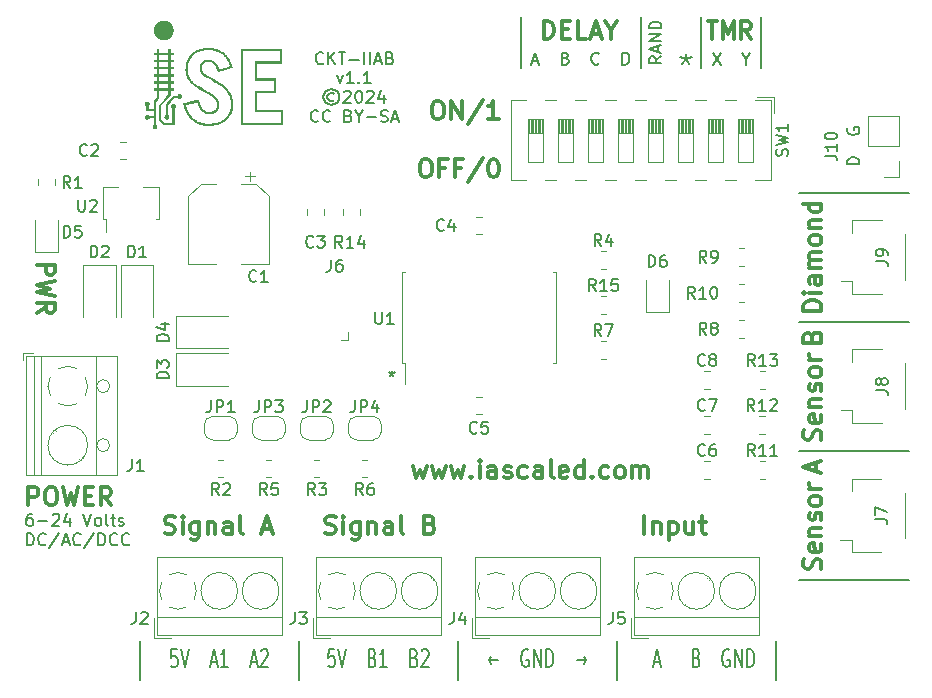
<source format=gto>
G04 #@! TF.GenerationSoftware,KiCad,Pcbnew,6.0.2+dfsg-1*
G04 #@! TF.CreationDate,2024-06-30T21:27:14-06:00*
G04 #@! TF.ProjectId,ckt-iiab,636b742d-6969-4616-922e-6b696361645f,rev?*
G04 #@! TF.SameCoordinates,Original*
G04 #@! TF.FileFunction,Legend,Top*
G04 #@! TF.FilePolarity,Positive*
%FSLAX46Y46*%
G04 Gerber Fmt 4.6, Leading zero omitted, Abs format (unit mm)*
G04 Created by KiCad (PCBNEW 6.0.2+dfsg-1) date 2024-06-30 21:27:14*
%MOMM*%
%LPD*%
G01*
G04 APERTURE LIST*
%ADD10C,0.203200*%
%ADD11C,0.000000*%
%ADD12C,0.304800*%
%ADD13C,0.152400*%
%ADD14C,0.300000*%
%ADD15C,0.150000*%
%ADD16C,0.120000*%
G04 APERTURE END LIST*
D10*
X101473000Y-124460000D02*
X101473000Y-128778000D01*
X75819000Y-177292000D02*
X75819000Y-180594000D01*
X113982500Y-172085000D02*
X104711500Y-172085000D01*
X96393000Y-124460000D02*
X96393000Y-128778000D01*
X62356993Y-177292000D02*
X62356993Y-180594000D01*
X113982500Y-139319000D02*
X104711500Y-139319000D01*
X91313000Y-124460000D02*
X91313000Y-128778000D01*
X113982500Y-161163000D02*
X104711500Y-161163000D01*
D11*
G36*
X52274384Y-130989762D02*
G01*
X52289251Y-130991531D01*
X52304034Y-130994200D01*
X52318621Y-130997743D01*
X52332903Y-131002128D01*
X52346768Y-131007328D01*
X52360106Y-131013314D01*
X52372806Y-131020056D01*
X52384758Y-131027525D01*
X52395851Y-131035694D01*
X52401040Y-131040031D01*
X52405974Y-131044532D01*
X52410638Y-131049193D01*
X52415018Y-131054011D01*
X52423768Y-131064556D01*
X52431768Y-131075402D01*
X52439023Y-131086519D01*
X52445537Y-131097878D01*
X52451317Y-131109448D01*
X52456369Y-131121199D01*
X52460697Y-131133102D01*
X52464307Y-131145127D01*
X52467206Y-131157243D01*
X52469398Y-131169422D01*
X52470889Y-131181633D01*
X52471684Y-131193847D01*
X52471790Y-131206033D01*
X52471211Y-131218162D01*
X52469953Y-131230204D01*
X52468023Y-131242129D01*
X52465424Y-131253908D01*
X52462164Y-131265509D01*
X52458247Y-131276905D01*
X52453679Y-131288064D01*
X52448465Y-131298956D01*
X52442612Y-131309553D01*
X52436124Y-131319824D01*
X52429008Y-131329740D01*
X52421268Y-131339269D01*
X52412911Y-131348384D01*
X52403941Y-131357053D01*
X52394365Y-131365247D01*
X52384188Y-131372937D01*
X52373416Y-131380091D01*
X52362053Y-131386681D01*
X52350107Y-131392677D01*
X52340172Y-131396894D01*
X52329731Y-131400549D01*
X52318856Y-131403641D01*
X52307619Y-131406171D01*
X52296093Y-131408139D01*
X52284349Y-131409545D01*
X52272461Y-131410388D01*
X52260501Y-131410669D01*
X52248541Y-131410388D01*
X52236653Y-131409545D01*
X52224909Y-131408139D01*
X52213383Y-131406171D01*
X52202146Y-131403641D01*
X52191271Y-131400549D01*
X52180830Y-131396894D01*
X52170896Y-131392677D01*
X52164261Y-131389231D01*
X52157140Y-131385050D01*
X52149660Y-131380242D01*
X52141946Y-131374917D01*
X52134124Y-131369183D01*
X52126321Y-131363148D01*
X52118663Y-131356920D01*
X52111276Y-131350609D01*
X52104286Y-131344322D01*
X52097818Y-131338169D01*
X52092000Y-131332258D01*
X52086956Y-131326697D01*
X52082814Y-131321595D01*
X52081121Y-131319250D01*
X52079700Y-131317061D01*
X52078567Y-131315040D01*
X52077738Y-131313202D01*
X52077230Y-131311560D01*
X52077057Y-131310128D01*
X52076333Y-131309475D01*
X52074208Y-131308842D01*
X52066043Y-131307647D01*
X52053132Y-131306568D01*
X52036046Y-131305630D01*
X52015355Y-131304857D01*
X51991629Y-131304274D01*
X51937357Y-131303778D01*
X51797657Y-131303778D01*
X51542246Y-131626216D01*
X51286835Y-131949361D01*
X51286835Y-132740994D01*
X51305179Y-132750872D01*
X51310990Y-132754324D01*
X51317007Y-132758546D01*
X51323170Y-132763465D01*
X51329421Y-132769007D01*
X51335702Y-132775099D01*
X51341952Y-132781667D01*
X51348113Y-132788638D01*
X51354127Y-132795939D01*
X51359934Y-132803497D01*
X51365475Y-132811237D01*
X51370692Y-132819087D01*
X51375525Y-132826973D01*
X51379916Y-132834821D01*
X51383806Y-132842559D01*
X51387135Y-132850114D01*
X51389846Y-132857410D01*
X51392757Y-132867538D01*
X51395146Y-132878271D01*
X51397017Y-132889505D01*
X51398378Y-132901133D01*
X51399235Y-132913051D01*
X51399594Y-132925152D01*
X51399461Y-132937333D01*
X51398842Y-132949486D01*
X51397743Y-132961507D01*
X51396171Y-132973290D01*
X51394132Y-132984730D01*
X51391632Y-132995722D01*
X51388677Y-133006159D01*
X51385273Y-133015938D01*
X51381428Y-133024951D01*
X51377146Y-133033094D01*
X51368977Y-133046050D01*
X51360346Y-133058192D01*
X51351254Y-133069518D01*
X51341703Y-133080024D01*
X51331692Y-133089708D01*
X51321224Y-133098566D01*
X51310298Y-133106595D01*
X51298917Y-133113792D01*
X51287081Y-133120154D01*
X51274792Y-133125678D01*
X51262050Y-133130360D01*
X51248856Y-133134198D01*
X51235211Y-133137189D01*
X51221117Y-133139329D01*
X51206575Y-133140615D01*
X51191584Y-133141044D01*
X51180300Y-133140782D01*
X51169209Y-133140001D01*
X51158321Y-133138713D01*
X51147648Y-133136928D01*
X51137202Y-133134659D01*
X51126992Y-133131915D01*
X51117029Y-133128708D01*
X51107326Y-133125048D01*
X51097892Y-133120947D01*
X51088739Y-133116416D01*
X51079878Y-133111466D01*
X51071319Y-133106107D01*
X51063074Y-133100351D01*
X51055154Y-133094208D01*
X51047569Y-133087690D01*
X51040331Y-133080807D01*
X51033451Y-133073571D01*
X51026939Y-133065993D01*
X51020806Y-133058083D01*
X51015065Y-133049852D01*
X51009725Y-133041312D01*
X51004797Y-133032474D01*
X51000293Y-133023348D01*
X50996223Y-133013945D01*
X50992599Y-133004276D01*
X50989431Y-132994353D01*
X50986730Y-132984187D01*
X50984508Y-132973787D01*
X50982775Y-132963166D01*
X50981543Y-132952335D01*
X50980822Y-132941303D01*
X50980623Y-132930083D01*
X50980897Y-132917828D01*
X50981720Y-132905926D01*
X50983098Y-132894367D01*
X50985033Y-132883141D01*
X50987531Y-132872238D01*
X50990595Y-132861647D01*
X50994230Y-132851357D01*
X50998439Y-132841359D01*
X51003227Y-132831643D01*
X51008598Y-132822196D01*
X51014556Y-132813011D01*
X51021105Y-132804075D01*
X51028249Y-132795380D01*
X51035993Y-132786913D01*
X51044341Y-132778666D01*
X51053296Y-132770628D01*
X51089279Y-132739583D01*
X51089279Y-131873866D01*
X51394785Y-131487222D01*
X51699584Y-131099872D01*
X51886557Y-131099166D01*
X52073529Y-131098461D01*
X52092579Y-131070944D01*
X52097164Y-131064655D01*
X52102170Y-131058498D01*
X52107573Y-131052489D01*
X52113349Y-131046647D01*
X52119471Y-131040985D01*
X52125916Y-131035523D01*
X52132659Y-131030275D01*
X52139675Y-131025259D01*
X52146938Y-131020491D01*
X52154425Y-131015988D01*
X52162110Y-131011766D01*
X52169969Y-131007841D01*
X52177977Y-131004231D01*
X52186109Y-131000951D01*
X52194340Y-130998019D01*
X52202646Y-130995450D01*
X52209396Y-130993732D01*
X52216278Y-130992278D01*
X52230379Y-130990153D01*
X52244837Y-130989044D01*
X52259542Y-130988923D01*
X52274384Y-130989762D01*
G37*
G36*
X50087390Y-130090222D02*
G01*
X50087390Y-129864444D01*
X50341390Y-129864444D01*
X50538946Y-129864444D01*
X51308001Y-129864444D01*
X51308001Y-129490500D01*
X50538946Y-129490500D01*
X50538946Y-129864444D01*
X50341390Y-129864444D01*
X50341390Y-129490500D01*
X50087390Y-129490500D01*
X50087390Y-129264722D01*
X50341390Y-129264722D01*
X50538946Y-129264722D01*
X51308001Y-129264722D01*
X51308001Y-128890778D01*
X50538946Y-128890778D01*
X50538946Y-129264722D01*
X50341390Y-129264722D01*
X50341390Y-128890778D01*
X50087390Y-128890778D01*
X50087390Y-128672055D01*
X50341390Y-128672055D01*
X50538946Y-128672055D01*
X51308001Y-128672055D01*
X51308001Y-128298111D01*
X50538946Y-128298111D01*
X50538946Y-128672055D01*
X50341390Y-128672055D01*
X50341390Y-128298111D01*
X50087390Y-128298111D01*
X50087390Y-128072333D01*
X50341390Y-128072333D01*
X50538946Y-128072333D01*
X51308001Y-128072333D01*
X51308001Y-127698389D01*
X50538946Y-127698389D01*
X50538946Y-128072333D01*
X50341390Y-128072333D01*
X50341390Y-127698389D01*
X50087390Y-127698389D01*
X50087390Y-127479667D01*
X50341390Y-127479667D01*
X50341390Y-127126889D01*
X50538946Y-127126889D01*
X50538946Y-127479667D01*
X51308001Y-127479667D01*
X51308001Y-127126889D01*
X51505557Y-127126889D01*
X51505557Y-127479667D01*
X51759557Y-127479667D01*
X51759557Y-127698389D01*
X51505557Y-127698389D01*
X51505557Y-128072333D01*
X51759557Y-128072333D01*
X51759557Y-128298111D01*
X51505557Y-128298111D01*
X51505557Y-128672055D01*
X51759557Y-128672055D01*
X51759557Y-128890778D01*
X51505557Y-128890778D01*
X51505557Y-129264722D01*
X51759557Y-129264722D01*
X51759557Y-129490500D01*
X51505557Y-129490500D01*
X51505557Y-129864444D01*
X51759557Y-129864444D01*
X51759557Y-130090222D01*
X51505557Y-130090222D01*
X51505557Y-130457111D01*
X51759557Y-130457111D01*
X51759557Y-130689945D01*
X51505557Y-130689945D01*
X51505557Y-131018733D01*
X51113973Y-131513327D01*
X50722390Y-132008627D01*
X50722390Y-133120583D01*
X50994029Y-133392222D01*
X51660779Y-133392222D01*
X51660779Y-132807316D01*
X51660751Y-132617049D01*
X51660686Y-132539716D01*
X51660558Y-132473159D01*
X51660465Y-132443666D01*
X51660348Y-132416561D01*
X51660206Y-132391741D01*
X51660035Y-132369104D01*
X51659833Y-132348549D01*
X51659597Y-132329972D01*
X51659326Y-132313272D01*
X51659015Y-132298346D01*
X51658663Y-132285093D01*
X51658267Y-132273409D01*
X51657825Y-132263194D01*
X51657586Y-132258604D01*
X51657334Y-132254344D01*
X51657069Y-132250399D01*
X51656791Y-132246758D01*
X51656499Y-132243406D01*
X51656193Y-132240333D01*
X51655874Y-132237524D01*
X51655539Y-132234967D01*
X51655190Y-132232649D01*
X51654826Y-132230558D01*
X51654446Y-132228680D01*
X51654050Y-132227003D01*
X51653638Y-132225515D01*
X51653210Y-132224202D01*
X51652765Y-132223051D01*
X51652303Y-132222050D01*
X51651823Y-132221187D01*
X51651326Y-132220447D01*
X51650810Y-132219819D01*
X51650276Y-132219290D01*
X51649723Y-132218847D01*
X51649152Y-132218476D01*
X51648561Y-132218167D01*
X51647950Y-132217905D01*
X51646668Y-132217472D01*
X51644338Y-132216580D01*
X51641856Y-132215368D01*
X51636481Y-132212047D01*
X51630644Y-132207632D01*
X51624443Y-132202247D01*
X51617977Y-132196015D01*
X51611346Y-132189058D01*
X51604649Y-132181500D01*
X51597985Y-132173463D01*
X51591453Y-132165070D01*
X51585152Y-132156445D01*
X51579183Y-132147711D01*
X51573643Y-132138990D01*
X51568632Y-132130405D01*
X51564250Y-132122080D01*
X51560596Y-132114137D01*
X51557768Y-132106700D01*
X51554741Y-132096550D01*
X51552269Y-132085987D01*
X51550348Y-132075079D01*
X51548970Y-132063893D01*
X51548130Y-132052496D01*
X51547821Y-132040955D01*
X51548037Y-132029338D01*
X51548772Y-132017712D01*
X51550019Y-132006143D01*
X51551773Y-131994700D01*
X51554027Y-131983449D01*
X51556776Y-131972457D01*
X51560012Y-131961792D01*
X51563729Y-131951520D01*
X51567922Y-131941710D01*
X51572584Y-131932428D01*
X51577113Y-131924344D01*
X51581725Y-131916738D01*
X51586455Y-131909578D01*
X51591337Y-131902827D01*
X51596405Y-131896453D01*
X51601693Y-131890421D01*
X51607235Y-131884696D01*
X51613066Y-131879246D01*
X51619219Y-131874035D01*
X51625728Y-131869031D01*
X51632629Y-131864197D01*
X51639954Y-131859501D01*
X51647738Y-131854909D01*
X51656015Y-131850386D01*
X51664819Y-131845898D01*
X51674184Y-131841411D01*
X51685512Y-131836435D01*
X51690673Y-131834365D01*
X51695616Y-131832558D01*
X51700426Y-131831004D01*
X51705190Y-131829690D01*
X51709996Y-131828606D01*
X51714930Y-131827741D01*
X51720079Y-131827081D01*
X51725530Y-131826617D01*
X51731370Y-131826338D01*
X51737685Y-131826230D01*
X51744562Y-131826284D01*
X51752088Y-131826488D01*
X51769434Y-131827299D01*
X51781491Y-131828097D01*
X51792828Y-131829182D01*
X51803504Y-131830577D01*
X51813576Y-131832304D01*
X51823102Y-131834388D01*
X51832141Y-131836849D01*
X51840749Y-131839712D01*
X51848986Y-131842998D01*
X51856908Y-131846731D01*
X51864574Y-131850933D01*
X51872042Y-131855627D01*
X51879369Y-131860836D01*
X51886613Y-131866582D01*
X51893833Y-131872888D01*
X51901085Y-131879777D01*
X51908429Y-131887272D01*
X51916295Y-131895764D01*
X51923505Y-131904082D01*
X51930077Y-131912283D01*
X51936034Y-131920422D01*
X51941395Y-131928557D01*
X51946182Y-131936745D01*
X51950414Y-131945042D01*
X51954114Y-131953506D01*
X51957300Y-131962193D01*
X51959995Y-131971160D01*
X51962219Y-131980464D01*
X51963991Y-131990162D01*
X51965334Y-132000310D01*
X51966268Y-132010966D01*
X51966813Y-132022186D01*
X51966990Y-132034027D01*
X51966840Y-132047540D01*
X51966122Y-132060567D01*
X51964829Y-132073121D01*
X51962955Y-132085213D01*
X51960494Y-132096855D01*
X51957440Y-132108057D01*
X51953787Y-132118832D01*
X51949527Y-132129190D01*
X51944656Y-132139142D01*
X51941990Y-132143970D01*
X51939167Y-132148701D01*
X51936189Y-132153337D01*
X51933054Y-132157878D01*
X51926310Y-132166683D01*
X51918930Y-132175129D01*
X51910907Y-132183227D01*
X51902234Y-132190987D01*
X51892907Y-132198422D01*
X51859040Y-132224528D01*
X51859040Y-132906799D01*
X51858334Y-133589777D01*
X50909362Y-133589777D01*
X50717451Y-133397867D01*
X50524835Y-133205250D01*
X50524835Y-131932428D01*
X50916418Y-131437128D01*
X51308001Y-130942533D01*
X51308001Y-130689945D01*
X50538946Y-130689945D01*
X50538946Y-131012383D01*
X50538240Y-131335527D01*
X50411946Y-131494277D01*
X50285651Y-131653027D01*
X50284946Y-132598472D01*
X50284946Y-133543916D01*
X50320223Y-133574256D01*
X50329768Y-133582728D01*
X50338569Y-133591237D01*
X50346645Y-133599818D01*
X50354013Y-133608508D01*
X50360690Y-133617342D01*
X50366695Y-133626357D01*
X50372044Y-133635590D01*
X50376756Y-133645075D01*
X50380848Y-133654850D01*
X50384337Y-133664951D01*
X50387241Y-133675413D01*
X50389577Y-133686273D01*
X50391364Y-133697567D01*
X50392619Y-133709332D01*
X50393359Y-133721603D01*
X50393601Y-133734416D01*
X50393680Y-133750955D01*
X50393556Y-133758251D01*
X50393304Y-133764998D01*
X50392906Y-133771274D01*
X50392349Y-133777155D01*
X50391615Y-133782718D01*
X50390691Y-133788039D01*
X50389560Y-133793194D01*
X50388206Y-133798261D01*
X50386615Y-133803315D01*
X50384771Y-133808433D01*
X50382658Y-133813692D01*
X50380260Y-133819168D01*
X50377563Y-133824937D01*
X50374551Y-133831077D01*
X50367227Y-133844809D01*
X50359280Y-133857692D01*
X50350717Y-133869720D01*
X50341544Y-133880885D01*
X50331768Y-133891182D01*
X50321395Y-133900605D01*
X50310430Y-133909147D01*
X50298880Y-133916802D01*
X50286752Y-133923565D01*
X50274051Y-133929428D01*
X50260784Y-133934386D01*
X50246956Y-133938432D01*
X50232574Y-133941561D01*
X50217645Y-133943765D01*
X50202174Y-133945039D01*
X50186168Y-133945377D01*
X50173580Y-133945144D01*
X50161462Y-133944435D01*
X50149792Y-133943238D01*
X50138543Y-133941541D01*
X50127691Y-133939331D01*
X50117211Y-133936596D01*
X50107078Y-133933324D01*
X50097268Y-133929502D01*
X50087755Y-133925118D01*
X50078516Y-133920159D01*
X50069524Y-133914613D01*
X50060755Y-133908468D01*
X50052185Y-133901711D01*
X50043789Y-133894329D01*
X50035541Y-133886311D01*
X50027418Y-133877644D01*
X50020049Y-133869056D01*
X50013282Y-133860466D01*
X50007106Y-133851838D01*
X50001511Y-133843138D01*
X49996486Y-133834331D01*
X49992022Y-133825381D01*
X49988107Y-133816253D01*
X49984732Y-133806912D01*
X49981886Y-133797324D01*
X49979559Y-133787452D01*
X49977740Y-133777261D01*
X49976420Y-133766718D01*
X49975587Y-133755785D01*
X49975232Y-133744429D01*
X49975344Y-133732614D01*
X49975912Y-133720305D01*
X49976970Y-133708416D01*
X49978554Y-133696829D01*
X49980661Y-133685548D01*
X49983288Y-133674577D01*
X49986431Y-133663919D01*
X49990088Y-133653581D01*
X49994256Y-133643564D01*
X49998931Y-133633875D01*
X50004111Y-133624516D01*
X50009791Y-133615492D01*
X50015970Y-133606806D01*
X50022644Y-133598465D01*
X50029810Y-133590470D01*
X50037465Y-133582827D01*
X50045606Y-133575539D01*
X50054229Y-133568611D01*
X50087390Y-133543916D01*
X50087390Y-133032388D01*
X49724029Y-133032388D01*
X49692985Y-133068372D01*
X49683280Y-133078995D01*
X49673109Y-133088777D01*
X49662510Y-133097722D01*
X49651521Y-133105837D01*
X49640180Y-133113126D01*
X49628525Y-133119595D01*
X49616594Y-133125250D01*
X49604426Y-133130097D01*
X49592059Y-133134141D01*
X49579530Y-133137387D01*
X49566878Y-133139841D01*
X49554140Y-133141509D01*
X49541356Y-133142396D01*
X49528563Y-133142507D01*
X49515799Y-133141849D01*
X49503102Y-133140427D01*
X49490511Y-133138246D01*
X49478063Y-133135312D01*
X49465797Y-133131631D01*
X49453750Y-133127207D01*
X49441962Y-133122048D01*
X49430469Y-133116157D01*
X49419311Y-133109541D01*
X49408524Y-133102206D01*
X49398149Y-133094156D01*
X49388221Y-133085398D01*
X49378780Y-133075936D01*
X49369864Y-133065777D01*
X49361510Y-133054926D01*
X49353757Y-133043389D01*
X49346644Y-133031171D01*
X49340207Y-133018278D01*
X49336868Y-133010679D01*
X49333862Y-133002972D01*
X49331186Y-132995167D01*
X49328838Y-132987277D01*
X49326816Y-132979313D01*
X49325116Y-132971285D01*
X49323738Y-132963206D01*
X49322678Y-132955086D01*
X49321505Y-132938772D01*
X49321579Y-132922432D01*
X49322880Y-132906159D01*
X49325390Y-132890043D01*
X49329091Y-132874175D01*
X49333964Y-132858646D01*
X49339991Y-132843547D01*
X49347152Y-132828968D01*
X49351153Y-132821903D01*
X49355430Y-132815002D01*
X49359981Y-132808277D01*
X49364805Y-132801738D01*
X49369898Y-132795398D01*
X49375259Y-132789268D01*
X49380885Y-132783360D01*
X49386774Y-132777683D01*
X49395133Y-132770313D01*
X49403311Y-132763539D01*
X49411360Y-132757343D01*
X49419328Y-132751710D01*
X49427268Y-132746622D01*
X49435229Y-132742063D01*
X49443263Y-132738017D01*
X49451420Y-132734468D01*
X49459750Y-132731397D01*
X49468305Y-132728790D01*
X49477135Y-132726629D01*
X49486290Y-132724899D01*
X49495821Y-132723581D01*
X49505780Y-132722661D01*
X49516215Y-132722120D01*
X49527179Y-132721944D01*
X49540419Y-132722130D01*
X49552928Y-132722708D01*
X49564769Y-132723702D01*
X49576006Y-132725141D01*
X49586701Y-132727051D01*
X49596917Y-132729460D01*
X49606719Y-132732393D01*
X49616167Y-132735879D01*
X49625327Y-132739943D01*
X49634260Y-132744613D01*
X49643029Y-132749915D01*
X49651699Y-132755877D01*
X49660331Y-132762525D01*
X49668989Y-132769886D01*
X49677736Y-132777987D01*
X49686635Y-132786855D01*
X49727557Y-132827777D01*
X50087390Y-132827777D01*
X50087390Y-132425611D01*
X49431224Y-132425611D01*
X49431224Y-132019917D01*
X49395240Y-131988872D01*
X49383914Y-131978534D01*
X49373492Y-131967650D01*
X49363983Y-131956254D01*
X49355398Y-131944378D01*
X49347748Y-131932055D01*
X49341042Y-131919320D01*
X49335291Y-131906203D01*
X49330505Y-131892740D01*
X49326696Y-131878962D01*
X49323872Y-131864904D01*
X49322044Y-131850597D01*
X49321223Y-131836075D01*
X49321419Y-131821371D01*
X49322642Y-131806519D01*
X49324903Y-131791551D01*
X49328212Y-131776500D01*
X49333572Y-131758323D01*
X49340102Y-131741116D01*
X49343794Y-131732885D01*
X49347765Y-131724908D01*
X49352009Y-131717187D01*
X49356523Y-131709726D01*
X49361301Y-131702528D01*
X49366339Y-131695598D01*
X49371633Y-131688938D01*
X49377177Y-131682552D01*
X49382967Y-131676444D01*
X49388998Y-131670616D01*
X49395266Y-131665074D01*
X49401767Y-131659819D01*
X49408494Y-131654855D01*
X49415444Y-131650187D01*
X49422613Y-131645817D01*
X49429994Y-131641748D01*
X49437585Y-131637986D01*
X49445379Y-131634532D01*
X49453374Y-131631390D01*
X49461562Y-131628565D01*
X49469941Y-131626058D01*
X49478506Y-131623875D01*
X49496173Y-131620491D01*
X49514527Y-131618440D01*
X49533529Y-131617750D01*
X49541427Y-131617944D01*
X49549241Y-131618391D01*
X49556969Y-131619091D01*
X49564607Y-131620039D01*
X49572149Y-131621233D01*
X49579591Y-131622672D01*
X49586931Y-131624352D01*
X49594163Y-131626272D01*
X49601283Y-131628428D01*
X49608288Y-131630818D01*
X49615172Y-131633440D01*
X49621933Y-131636291D01*
X49628565Y-131639370D01*
X49635066Y-131642672D01*
X49641429Y-131646197D01*
X49647653Y-131649941D01*
X49653731Y-131653902D01*
X49659661Y-131658078D01*
X49665438Y-131662465D01*
X49671057Y-131667063D01*
X49676516Y-131671868D01*
X49681809Y-131676877D01*
X49686932Y-131682089D01*
X49691882Y-131687501D01*
X49696654Y-131693110D01*
X49701245Y-131698914D01*
X49705649Y-131704910D01*
X49709863Y-131711097D01*
X49713883Y-131717471D01*
X49717704Y-131724030D01*
X49721323Y-131730772D01*
X49724735Y-131737694D01*
X49728356Y-131746122D01*
X49731546Y-131755212D01*
X49734305Y-131764880D01*
X49736630Y-131775045D01*
X49738521Y-131785622D01*
X49739977Y-131796531D01*
X49740997Y-131807687D01*
X49741580Y-131819009D01*
X49741724Y-131830414D01*
X49741430Y-131841819D01*
X49740695Y-131853141D01*
X49739518Y-131864297D01*
X49737900Y-131875206D01*
X49735837Y-131885784D01*
X49733331Y-131895948D01*
X49730379Y-131905617D01*
X49727739Y-131912478D01*
X49724376Y-131919761D01*
X49720377Y-131927358D01*
X49715827Y-131935162D01*
X49710814Y-131943065D01*
X49705426Y-131950959D01*
X49699747Y-131958738D01*
X49693867Y-131966294D01*
X49687870Y-131973519D01*
X49681845Y-131980306D01*
X49675877Y-131986547D01*
X49670054Y-131992135D01*
X49664463Y-131996962D01*
X49659190Y-132000921D01*
X49656700Y-132002542D01*
X49654322Y-132003905D01*
X49652067Y-132004997D01*
X49649946Y-132005805D01*
X49647578Y-132006655D01*
X49645491Y-132007706D01*
X49643666Y-132009093D01*
X49642085Y-132010954D01*
X49640733Y-132013421D01*
X49639590Y-132016632D01*
X49638639Y-132020722D01*
X49637863Y-132025825D01*
X49637244Y-132032078D01*
X49636765Y-132039615D01*
X49636154Y-132059086D01*
X49635891Y-132085319D01*
X49635835Y-132119400D01*
X49635835Y-132228056D01*
X50087390Y-132228056D01*
X50087390Y-131577533D01*
X50214390Y-131418078D01*
X50341390Y-131257916D01*
X50341390Y-130689945D01*
X50087390Y-130689945D01*
X50087390Y-130457111D01*
X50341390Y-130457111D01*
X50538946Y-130457111D01*
X51308001Y-130457111D01*
X51308001Y-130090222D01*
X50538946Y-130090222D01*
X50538946Y-130457111D01*
X50341390Y-130457111D01*
X50341390Y-130090222D01*
X50087390Y-130090222D01*
G37*
D10*
X89281000Y-177292000D02*
X89281000Y-180594000D01*
X81153000Y-124460000D02*
X81153000Y-128778000D01*
D11*
G36*
X60931779Y-127155111D02*
G01*
X60931779Y-128396889D01*
X58857445Y-128396889D01*
X58857445Y-129645722D01*
X60437890Y-129645722D01*
X60437890Y-130880444D01*
X58857445Y-130880444D01*
X58857445Y-132340944D01*
X61016446Y-132340944D01*
X61016446Y-133575666D01*
X57481612Y-133575666D01*
X57481612Y-133392222D01*
X57665056Y-133392222D01*
X60833001Y-133392222D01*
X60833001Y-132524389D01*
X58674000Y-132524389D01*
X58674000Y-130697000D01*
X60254445Y-130697000D01*
X60254445Y-129829167D01*
X58674000Y-129829167D01*
X58674000Y-128206389D01*
X60748334Y-128206389D01*
X60748334Y-127338556D01*
X57665056Y-127338556D01*
X57665056Y-133392222D01*
X57481612Y-133392222D01*
X57481612Y-127155111D01*
X60931779Y-127155111D01*
G37*
D10*
X113982500Y-150241000D02*
X104711500Y-150241000D01*
X102743000Y-177292000D02*
X102743000Y-180594000D01*
X48894993Y-177292000D02*
X48894993Y-180594000D01*
D11*
G36*
X50940407Y-124750402D02*
G01*
X50983005Y-124751749D01*
X51022692Y-124753907D01*
X51056691Y-124756826D01*
X51070689Y-124758555D01*
X51082223Y-124760456D01*
X51112971Y-124766837D01*
X51143293Y-124774335D01*
X51173176Y-124782941D01*
X51202609Y-124792647D01*
X51231579Y-124803444D01*
X51260073Y-124815324D01*
X51288080Y-124828279D01*
X51315586Y-124842300D01*
X51342580Y-124857380D01*
X51369048Y-124873510D01*
X51394980Y-124890682D01*
X51420361Y-124908887D01*
X51445180Y-124928118D01*
X51469425Y-124948365D01*
X51493082Y-124969621D01*
X51516140Y-124991878D01*
X51535975Y-125012358D01*
X51554999Y-125033314D01*
X51573211Y-125054744D01*
X51590609Y-125076644D01*
X51607193Y-125099011D01*
X51622961Y-125121842D01*
X51637913Y-125145134D01*
X51652048Y-125168884D01*
X51665364Y-125193089D01*
X51677860Y-125217745D01*
X51689535Y-125242850D01*
X51700389Y-125268401D01*
X51710421Y-125294393D01*
X51719628Y-125320825D01*
X51728011Y-125347693D01*
X51735568Y-125374994D01*
X51742059Y-125402396D01*
X51747513Y-125430797D01*
X51751933Y-125460053D01*
X51755323Y-125490022D01*
X51757689Y-125520562D01*
X51759033Y-125551529D01*
X51759360Y-125582782D01*
X51758675Y-125614178D01*
X51756980Y-125645573D01*
X51754282Y-125676826D01*
X51750582Y-125707794D01*
X51745886Y-125738334D01*
X51740199Y-125768303D01*
X51733523Y-125797559D01*
X51725863Y-125825959D01*
X51717223Y-125853361D01*
X51708729Y-125877302D01*
X51699640Y-125900723D01*
X51689938Y-125923650D01*
X51679608Y-125946109D01*
X51668634Y-125968125D01*
X51656998Y-125989725D01*
X51644683Y-126010934D01*
X51631675Y-126031778D01*
X51617955Y-126052284D01*
X51603508Y-126072476D01*
X51588316Y-126092381D01*
X51572364Y-126112024D01*
X51555635Y-126131432D01*
X51538112Y-126150630D01*
X51519778Y-126169644D01*
X51500618Y-126188500D01*
X51472621Y-126214446D01*
X51443923Y-126238841D01*
X51414518Y-126261688D01*
X51384400Y-126282989D01*
X51353562Y-126302749D01*
X51321999Y-126320969D01*
X51289705Y-126337654D01*
X51256672Y-126352806D01*
X51222895Y-126366429D01*
X51188368Y-126378525D01*
X51153085Y-126389097D01*
X51117038Y-126398149D01*
X51080223Y-126405684D01*
X51042632Y-126411705D01*
X51004261Y-126416215D01*
X50965101Y-126419217D01*
X50921376Y-126420545D01*
X50877833Y-126419521D01*
X50834554Y-126416176D01*
X50791623Y-126410540D01*
X50749121Y-126402643D01*
X50707132Y-126392514D01*
X50665739Y-126380184D01*
X50625023Y-126365683D01*
X50585069Y-126349040D01*
X50545957Y-126330285D01*
X50507772Y-126309449D01*
X50470595Y-126286561D01*
X50434510Y-126261652D01*
X50399599Y-126234751D01*
X50365944Y-126205889D01*
X50333629Y-126175094D01*
X50304237Y-126144449D01*
X50276660Y-126112857D01*
X50250907Y-126080347D01*
X50226991Y-126046948D01*
X50204923Y-126012689D01*
X50184714Y-125977599D01*
X50166376Y-125941708D01*
X50149920Y-125905043D01*
X50135357Y-125867634D01*
X50122700Y-125829510D01*
X50111958Y-125790700D01*
X50103144Y-125751232D01*
X50096269Y-125711136D01*
X50091344Y-125670440D01*
X50088380Y-125629174D01*
X50087390Y-125587366D01*
X50088146Y-125550893D01*
X50090398Y-125514784D01*
X50094117Y-125479074D01*
X50099278Y-125443797D01*
X50105855Y-125408987D01*
X50113821Y-125374679D01*
X50123149Y-125340906D01*
X50133814Y-125307702D01*
X50145787Y-125275102D01*
X50159044Y-125243140D01*
X50173557Y-125211849D01*
X50189300Y-125181265D01*
X50206247Y-125151420D01*
X50224371Y-125122349D01*
X50243645Y-125094087D01*
X50264044Y-125066667D01*
X50285540Y-125040123D01*
X50308107Y-125014490D01*
X50331719Y-124989802D01*
X50356349Y-124966092D01*
X50381970Y-124943395D01*
X50408557Y-124921746D01*
X50436083Y-124901177D01*
X50464521Y-124881723D01*
X50493844Y-124863419D01*
X50524027Y-124846298D01*
X50555042Y-124830395D01*
X50586864Y-124815743D01*
X50619466Y-124802377D01*
X50652821Y-124790330D01*
X50686902Y-124779638D01*
X50721685Y-124770334D01*
X50744284Y-124765020D01*
X50765958Y-124760103D01*
X50775662Y-124758000D01*
X50784192Y-124756245D01*
X50791234Y-124754919D01*
X50796473Y-124754106D01*
X50808504Y-124752782D01*
X50822932Y-124751716D01*
X50857592Y-124750335D01*
X50897677Y-124749914D01*
X50940407Y-124750402D01*
G37*
G36*
X52583943Y-131810454D02*
G01*
X52578535Y-131786295D01*
X52575133Y-131767531D01*
X52573945Y-131754861D01*
X52574246Y-131751029D01*
X52575179Y-131748983D01*
X52789414Y-131700222D01*
X53253482Y-131600199D01*
X53716889Y-131502424D01*
X53929140Y-131460410D01*
X53930050Y-131462823D01*
X53931654Y-131468734D01*
X53936548Y-131489427D01*
X53943031Y-131519247D01*
X53950307Y-131554955D01*
X53966937Y-131633206D01*
X53985853Y-131708386D01*
X54007024Y-131780448D01*
X54030420Y-131849348D01*
X54056012Y-131915040D01*
X54083768Y-131977478D01*
X54113660Y-132036618D01*
X54145657Y-132092412D01*
X54162436Y-132119041D01*
X54179730Y-132144817D01*
X54197535Y-132169734D01*
X54215848Y-132193786D01*
X54234664Y-132216968D01*
X54253981Y-132239275D01*
X54273794Y-132260699D01*
X54294100Y-132281236D01*
X54314894Y-132300881D01*
X54336174Y-132319626D01*
X54357935Y-132337468D01*
X54380173Y-132354399D01*
X54402886Y-132370415D01*
X54426068Y-132385509D01*
X54449717Y-132399676D01*
X54473829Y-132412910D01*
X54504620Y-132428240D01*
X54535606Y-132441949D01*
X54566788Y-132454037D01*
X54598161Y-132464504D01*
X54629725Y-132473352D01*
X54661476Y-132480578D01*
X54693414Y-132486184D01*
X54725536Y-132490169D01*
X54757839Y-132492534D01*
X54790323Y-132493278D01*
X54822984Y-132492402D01*
X54855821Y-132489905D01*
X54888832Y-132485787D01*
X54922014Y-132480049D01*
X54955365Y-132472690D01*
X54988885Y-132463711D01*
X55038274Y-132447268D01*
X55085054Y-132427382D01*
X55129144Y-132404166D01*
X55170466Y-132377732D01*
X55208939Y-132348194D01*
X55244484Y-132315664D01*
X55277022Y-132280255D01*
X55306473Y-132242078D01*
X55332756Y-132201248D01*
X55355794Y-132157876D01*
X55375506Y-132112075D01*
X55391812Y-132063958D01*
X55404633Y-132013638D01*
X55413889Y-131961227D01*
X55419502Y-131906838D01*
X55421390Y-131850583D01*
X55420790Y-131819508D01*
X55418974Y-131789205D01*
X55415916Y-131759606D01*
X55411589Y-131730639D01*
X55405969Y-131702234D01*
X55399029Y-131674321D01*
X55390743Y-131646830D01*
X55381085Y-131619690D01*
X55370030Y-131592831D01*
X55357552Y-131566184D01*
X55343625Y-131539676D01*
X55328223Y-131513239D01*
X55311321Y-131486802D01*
X55292892Y-131460295D01*
X55272911Y-131433647D01*
X55251351Y-131406788D01*
X55222287Y-131372898D01*
X55191649Y-131339791D01*
X55158935Y-131307126D01*
X55123645Y-131274563D01*
X55085280Y-131241760D01*
X55043339Y-131208376D01*
X54997321Y-131174070D01*
X54946727Y-131138501D01*
X54829809Y-131062210D01*
X54688582Y-130976775D01*
X54519045Y-130879466D01*
X54317196Y-130767556D01*
X54154026Y-130677399D01*
X54013553Y-130598090D01*
X53892279Y-130527446D01*
X53786706Y-130463285D01*
X53693337Y-130403423D01*
X53608675Y-130345677D01*
X53529221Y-130287866D01*
X53451479Y-130227805D01*
X53410302Y-130193733D01*
X53365214Y-130154064D01*
X53317993Y-130110541D01*
X53270416Y-130064910D01*
X53224261Y-130018916D01*
X53181306Y-129974302D01*
X53143329Y-129932813D01*
X53126762Y-129913786D01*
X53112107Y-129896195D01*
X53066877Y-129837689D01*
X53024841Y-129778291D01*
X52985984Y-129717953D01*
X52950292Y-129656625D01*
X52917750Y-129594260D01*
X52888344Y-129530809D01*
X52862059Y-129466223D01*
X52838880Y-129400453D01*
X52818794Y-129333452D01*
X52801786Y-129265170D01*
X52787842Y-129195559D01*
X52776946Y-129124570D01*
X52769084Y-129052155D01*
X52764243Y-128978265D01*
X52762407Y-128902852D01*
X52763562Y-128825867D01*
X52767879Y-128740372D01*
X52774745Y-128656919D01*
X52784164Y-128575500D01*
X52796139Y-128496107D01*
X52810673Y-128418732D01*
X52827769Y-128343366D01*
X52847431Y-128270000D01*
X52869660Y-128198628D01*
X52894461Y-128129239D01*
X52921837Y-128061827D01*
X52951790Y-127996383D01*
X52984324Y-127932898D01*
X53019442Y-127871364D01*
X53057146Y-127811774D01*
X53097441Y-127754118D01*
X53140329Y-127698389D01*
X53151896Y-127684522D01*
X53165030Y-127669508D01*
X53195197Y-127636807D01*
X53229217Y-127601824D01*
X53265477Y-127566097D01*
X53302366Y-127531164D01*
X53338271Y-127498562D01*
X53371579Y-127469830D01*
X53386756Y-127457396D01*
X53400679Y-127446506D01*
X53453523Y-127408697D01*
X53508314Y-127372803D01*
X53565012Y-127338835D01*
X53623580Y-127306806D01*
X53683979Y-127276728D01*
X53746171Y-127248614D01*
X53810118Y-127222476D01*
X53875782Y-127198327D01*
X53943125Y-127176178D01*
X54012108Y-127156043D01*
X54082692Y-127137933D01*
X54154841Y-127121862D01*
X54228514Y-127107841D01*
X54303676Y-127095883D01*
X54380286Y-127086000D01*
X54458307Y-127078206D01*
X54505681Y-127075397D01*
X54567293Y-127073333D01*
X54638265Y-127072029D01*
X54713718Y-127071503D01*
X54788774Y-127071770D01*
X54858555Y-127072848D01*
X54918183Y-127074752D01*
X54962779Y-127077500D01*
X55118414Y-127096758D01*
X55268492Y-127125596D01*
X55341390Y-127143564D01*
X55412830Y-127163873D01*
X55482790Y-127186506D01*
X55551245Y-127211445D01*
X55618174Y-127238673D01*
X55683554Y-127268171D01*
X55747361Y-127299921D01*
X55809574Y-127333906D01*
X55870168Y-127370108D01*
X55929121Y-127408509D01*
X55986411Y-127449092D01*
X56042014Y-127491838D01*
X56095908Y-127536729D01*
X56148069Y-127583748D01*
X56198475Y-127632877D01*
X56247104Y-127684099D01*
X56293931Y-127737394D01*
X56338934Y-127792746D01*
X56382091Y-127850137D01*
X56423378Y-127909548D01*
X56462773Y-127970963D01*
X56500252Y-128034363D01*
X56535794Y-128099729D01*
X56569374Y-128167046D01*
X56600971Y-128236294D01*
X56630561Y-128307456D01*
X56683629Y-128455450D01*
X56694996Y-128491636D01*
X56706967Y-128532344D01*
X56718889Y-128575021D01*
X56730107Y-128617110D01*
X56739970Y-128656058D01*
X56747823Y-128689308D01*
X56753014Y-128714307D01*
X56754407Y-128722914D01*
X56754890Y-128728500D01*
X56753119Y-128730414D01*
X56747636Y-128733298D01*
X56724507Y-128742280D01*
X56622422Y-128775243D01*
X56432231Y-128832283D01*
X56137529Y-128918294D01*
X55897353Y-128987725D01*
X55700437Y-129044059D01*
X55567021Y-129081608D01*
X55530451Y-129091560D01*
X55517346Y-129094683D01*
X55516147Y-129092205D01*
X55513708Y-129086106D01*
X55505704Y-129064697D01*
X55494525Y-129033763D01*
X55481362Y-128996611D01*
X55450748Y-128913094D01*
X55419443Y-128834988D01*
X55387366Y-128762196D01*
X55354439Y-128694622D01*
X55320582Y-128632171D01*
X55285715Y-128574745D01*
X55267878Y-128547887D01*
X55249759Y-128522250D01*
X55231347Y-128497821D01*
X55212634Y-128474588D01*
X55193608Y-128452540D01*
X55174260Y-128431664D01*
X55154580Y-128411949D01*
X55134558Y-128393382D01*
X55114184Y-128375951D01*
X55093449Y-128359645D01*
X55072341Y-128344451D01*
X55050852Y-128330357D01*
X55028971Y-128317352D01*
X55006688Y-128305423D01*
X54983994Y-128294558D01*
X54960879Y-128284745D01*
X54937331Y-128275973D01*
X54913343Y-128268229D01*
X54888903Y-128261501D01*
X54864001Y-128255778D01*
X54847346Y-128252537D01*
X54829513Y-128249694D01*
X54810682Y-128247249D01*
X54791031Y-128245205D01*
X54749986Y-128242321D01*
X54707809Y-128241049D01*
X54665929Y-128241398D01*
X54625777Y-128243376D01*
X54606796Y-128244978D01*
X54588784Y-128246990D01*
X54571918Y-128249414D01*
X54556379Y-128252250D01*
X54510886Y-128263348D01*
X54468063Y-128277067D01*
X54427903Y-128293418D01*
X54390397Y-128312410D01*
X54372637Y-128322899D01*
X54355537Y-128334051D01*
X54339096Y-128345869D01*
X54323314Y-128358352D01*
X54308189Y-128371502D01*
X54293721Y-128385321D01*
X54279907Y-128399810D01*
X54266748Y-128414969D01*
X54254242Y-128430799D01*
X54242389Y-128447303D01*
X54231186Y-128464481D01*
X54220634Y-128482334D01*
X54201475Y-128520071D01*
X54184904Y-128560523D01*
X54170913Y-128603699D01*
X54159493Y-128649609D01*
X54150636Y-128698261D01*
X54144334Y-128749667D01*
X54142518Y-128771121D01*
X54141312Y-128791622D01*
X54140733Y-128811260D01*
X54140796Y-128830122D01*
X54141516Y-128848298D01*
X54142908Y-128865876D01*
X54144989Y-128882947D01*
X54147774Y-128899597D01*
X54151278Y-128915917D01*
X54155517Y-128931995D01*
X54160507Y-128947920D01*
X54166262Y-128963781D01*
X54172799Y-128979666D01*
X54180132Y-128995666D01*
X54188278Y-129011868D01*
X54197251Y-129028361D01*
X54208622Y-129047586D01*
X54221309Y-129066905D01*
X54235323Y-129086327D01*
X54250675Y-129105862D01*
X54267375Y-129125521D01*
X54285432Y-129145315D01*
X54304858Y-129165254D01*
X54325662Y-129185347D01*
X54347856Y-129205606D01*
X54371449Y-129226041D01*
X54396452Y-129246661D01*
X54422875Y-129267478D01*
X54450728Y-129288502D01*
X54480022Y-129309743D01*
X54510767Y-129331211D01*
X54542973Y-129352917D01*
X54588472Y-129382615D01*
X54634177Y-129411378D01*
X54682810Y-129440787D01*
X54737089Y-129472420D01*
X54873471Y-129548675D01*
X55065084Y-129652778D01*
X55196153Y-129723541D01*
X55308766Y-129785103D01*
X55405901Y-129839173D01*
X55490535Y-129887463D01*
X55565643Y-129931686D01*
X55634203Y-129973552D01*
X55699191Y-130014773D01*
X55763584Y-130057061D01*
X55885674Y-130142086D01*
X55999602Y-130228469D01*
X56105475Y-130316378D01*
X56203399Y-130405980D01*
X56293481Y-130497442D01*
X56375826Y-130590932D01*
X56450542Y-130686617D01*
X56517735Y-130784665D01*
X56577512Y-130885243D01*
X56629978Y-130988518D01*
X56675240Y-131094659D01*
X56713406Y-131203831D01*
X56744580Y-131316204D01*
X56768870Y-131431943D01*
X56786382Y-131551218D01*
X56797223Y-131674194D01*
X56800247Y-131749774D01*
X56800376Y-131827719D01*
X56797695Y-131907086D01*
X56792284Y-131986932D01*
X56784228Y-132066315D01*
X56773609Y-132144293D01*
X56760509Y-132219922D01*
X56745012Y-132292261D01*
X56708913Y-132423539D01*
X56663986Y-132549235D01*
X56610431Y-132669171D01*
X56548449Y-132783173D01*
X56478239Y-132891065D01*
X56400004Y-132992671D01*
X56313942Y-133087815D01*
X56220255Y-133176322D01*
X56119143Y-133258016D01*
X56010807Y-133332721D01*
X55895447Y-133400262D01*
X55773264Y-133460462D01*
X55644458Y-133513147D01*
X55509229Y-133558140D01*
X55367778Y-133595266D01*
X55220307Y-133624349D01*
X55114053Y-133639688D01*
X55004748Y-133651282D01*
X54893840Y-133659089D01*
X54782774Y-133663067D01*
X54672998Y-133663176D01*
X54565959Y-133659374D01*
X54463104Y-133651620D01*
X54413697Y-133646248D01*
X54365879Y-133639872D01*
X54251110Y-133619988D01*
X54139647Y-133594740D01*
X54031503Y-133564135D01*
X53926693Y-133528185D01*
X53825232Y-133486897D01*
X53727134Y-133440281D01*
X53632413Y-133388347D01*
X53541085Y-133331103D01*
X53453163Y-133268560D01*
X53368662Y-133200725D01*
X53287596Y-133127610D01*
X53209981Y-133049223D01*
X53135829Y-132965572D01*
X53065157Y-132876669D01*
X52997978Y-132782521D01*
X52934307Y-132683139D01*
X52910727Y-132642564D01*
X52884179Y-132593886D01*
X52855862Y-132539519D01*
X52826974Y-132481879D01*
X52798715Y-132423378D01*
X52772282Y-132366432D01*
X52748876Y-132313455D01*
X52729695Y-132266861D01*
X52702654Y-132195065D01*
X52674497Y-132114108D01*
X52646885Y-132029579D01*
X52621481Y-131947068D01*
X52606620Y-131895378D01*
X52802839Y-131895378D01*
X52803073Y-131898825D01*
X52803770Y-131903157D01*
X52804945Y-131908495D01*
X52806611Y-131914959D01*
X52808784Y-131922671D01*
X52814707Y-131942320D01*
X52822829Y-131968411D01*
X52841171Y-132024996D01*
X52860458Y-132080937D01*
X52880658Y-132136169D01*
X52901741Y-132190628D01*
X52923676Y-132244247D01*
X52946431Y-132296961D01*
X52969976Y-132348706D01*
X52994279Y-132399417D01*
X53019310Y-132449028D01*
X53045038Y-132497474D01*
X53071431Y-132544690D01*
X53098459Y-132590611D01*
X53126090Y-132635173D01*
X53154294Y-132678308D01*
X53183040Y-132719954D01*
X53212296Y-132760044D01*
X53273534Y-132837569D01*
X53337408Y-132910611D01*
X53403940Y-132979184D01*
X53473153Y-133043303D01*
X53545070Y-133102981D01*
X53619713Y-133158234D01*
X53697105Y-133209075D01*
X53777269Y-133255521D01*
X53860228Y-133297583D01*
X53946005Y-133335279D01*
X54034621Y-133368621D01*
X54126100Y-133397624D01*
X54220465Y-133422303D01*
X54317739Y-133442672D01*
X54417943Y-133458746D01*
X54521101Y-133470538D01*
X54576843Y-133474128D01*
X54644640Y-133475973D01*
X54720605Y-133476181D01*
X54800854Y-133474860D01*
X54881500Y-133472116D01*
X54958656Y-133468058D01*
X55028437Y-133462792D01*
X55086957Y-133456427D01*
X55169591Y-133444058D01*
X55250015Y-133429437D01*
X55328235Y-133412563D01*
X55404258Y-133393434D01*
X55478090Y-133372048D01*
X55549738Y-133348403D01*
X55619206Y-133322496D01*
X55686502Y-133294326D01*
X55751632Y-133263890D01*
X55814602Y-133231187D01*
X55875418Y-133196214D01*
X55934086Y-133158970D01*
X55990613Y-133119451D01*
X56045005Y-133077657D01*
X56097267Y-133033585D01*
X56147407Y-132987233D01*
X56193383Y-132940797D01*
X56236874Y-132892997D01*
X56277910Y-132843775D01*
X56316519Y-132793073D01*
X56352731Y-132740833D01*
X56386573Y-132686997D01*
X56418076Y-132631508D01*
X56447268Y-132574307D01*
X56474177Y-132515336D01*
X56498834Y-132454539D01*
X56521266Y-132391856D01*
X56541504Y-132327230D01*
X56559575Y-132260603D01*
X56575508Y-132191918D01*
X56589333Y-132121115D01*
X56601079Y-132048139D01*
X56603652Y-132026841D01*
X56605817Y-132000955D01*
X56608950Y-131938028D01*
X56610530Y-131864584D01*
X56610604Y-131785848D01*
X56609223Y-131707047D01*
X56606437Y-131633404D01*
X56602294Y-131570147D01*
X56596845Y-131522500D01*
X56590118Y-131483753D01*
X56581786Y-131441923D01*
X56572165Y-131398290D01*
X56561568Y-131354136D01*
X56550309Y-131310743D01*
X56538704Y-131269393D01*
X56527065Y-131231366D01*
X56515707Y-131197944D01*
X56504852Y-131169584D01*
X56492962Y-131140662D01*
X56480095Y-131111277D01*
X56466307Y-131081528D01*
X56451654Y-131051514D01*
X56436195Y-131021335D01*
X56403082Y-130960878D01*
X56367423Y-130900949D01*
X56329671Y-130842344D01*
X56310153Y-130813786D01*
X56290283Y-130785856D01*
X56270117Y-130758653D01*
X56249712Y-130732277D01*
X56235924Y-130715545D01*
X56219639Y-130696774D01*
X56180843Y-130654358D01*
X56135846Y-130607510D01*
X56087170Y-130558711D01*
X56037336Y-130510441D01*
X55988866Y-130465181D01*
X55944283Y-130425411D01*
X55906107Y-130393611D01*
X55818647Y-130326399D01*
X55731757Y-130263238D01*
X55641180Y-130201499D01*
X55542658Y-130138553D01*
X55431931Y-130071770D01*
X55304742Y-129998522D01*
X55156833Y-129916179D01*
X54983946Y-129822111D01*
X54810005Y-129727385D01*
X54664913Y-129646251D01*
X54601927Y-129609965D01*
X54544642Y-129576098D01*
X54492556Y-129544323D01*
X54445166Y-129514312D01*
X54401967Y-129485741D01*
X54362457Y-129458281D01*
X54326133Y-129431607D01*
X54292490Y-129405392D01*
X54261026Y-129379309D01*
X54231238Y-129353032D01*
X54202621Y-129326234D01*
X54174673Y-129298589D01*
X54147916Y-129270855D01*
X54123171Y-129243673D01*
X54100380Y-129216930D01*
X54079489Y-129190517D01*
X54060443Y-129164324D01*
X54043184Y-129138239D01*
X54027657Y-129112152D01*
X54013807Y-129085952D01*
X54001577Y-129059529D01*
X53990912Y-129032772D01*
X53981756Y-129005571D01*
X53974053Y-128977815D01*
X53967747Y-128949393D01*
X53962783Y-128920195D01*
X53959105Y-128890110D01*
X53956657Y-128859028D01*
X53954967Y-128810174D01*
X53955940Y-128761618D01*
X53959509Y-128713528D01*
X53965609Y-128666069D01*
X53974172Y-128619409D01*
X53985133Y-128573712D01*
X53998425Y-128529146D01*
X54013983Y-128485877D01*
X54031741Y-128444072D01*
X54051631Y-128403896D01*
X54073589Y-128365517D01*
X54097547Y-128329100D01*
X54123441Y-128294813D01*
X54151203Y-128262821D01*
X54180767Y-128233291D01*
X54196205Y-128219501D01*
X54212068Y-128206389D01*
X54258650Y-128172955D01*
X54308930Y-128143575D01*
X54362456Y-128118267D01*
X54418774Y-128097050D01*
X54477431Y-128079942D01*
X54537977Y-128066962D01*
X54599956Y-128058128D01*
X54662918Y-128053460D01*
X54726408Y-128052975D01*
X54789976Y-128056693D01*
X54853167Y-128064631D01*
X54915529Y-128076809D01*
X54976609Y-128093245D01*
X55035956Y-128113958D01*
X55093115Y-128138966D01*
X55147635Y-128168289D01*
X55163478Y-128178303D01*
X55180457Y-128190228D01*
X55198382Y-128203876D01*
X55217066Y-128219056D01*
X55236320Y-128235579D01*
X55255957Y-128253257D01*
X55275788Y-128271901D01*
X55295625Y-128291320D01*
X55315280Y-128311327D01*
X55334565Y-128331731D01*
X55353293Y-128352344D01*
X55371274Y-128372977D01*
X55388320Y-128393440D01*
X55404245Y-128413545D01*
X55418858Y-128433102D01*
X55431974Y-128451922D01*
X55454044Y-128486875D01*
X55477041Y-128525961D01*
X55500435Y-128568157D01*
X55523696Y-128612436D01*
X55546296Y-128657774D01*
X55567705Y-128703144D01*
X55587394Y-128747523D01*
X55604834Y-128789884D01*
X55609170Y-128800770D01*
X55613194Y-128810695D01*
X55616924Y-128819689D01*
X55620379Y-128827785D01*
X55623577Y-128835012D01*
X55626538Y-128841403D01*
X55627936Y-128844293D01*
X55629280Y-128846987D01*
X55630575Y-128849486D01*
X55631822Y-128851796D01*
X55633023Y-128853919D01*
X55634181Y-128855861D01*
X55635299Y-128857624D01*
X55636378Y-128859212D01*
X55637420Y-128860630D01*
X55638429Y-128861882D01*
X55639406Y-128862971D01*
X55640355Y-128863900D01*
X55641276Y-128864675D01*
X55642173Y-128865299D01*
X55643047Y-128865775D01*
X55643902Y-128866108D01*
X55644739Y-128866301D01*
X55645560Y-128866359D01*
X55646369Y-128866285D01*
X55647168Y-128866083D01*
X56084612Y-128739083D01*
X56389500Y-128650448D01*
X56484960Y-128622105D01*
X56512221Y-128613750D01*
X56523468Y-128609967D01*
X56525194Y-128609118D01*
X56526658Y-128608105D01*
X56527847Y-128606846D01*
X56528748Y-128605259D01*
X56529348Y-128603263D01*
X56529632Y-128600777D01*
X56529587Y-128597717D01*
X56529200Y-128594003D01*
X56528458Y-128589554D01*
X56527347Y-128584287D01*
X56523964Y-128570974D01*
X56518944Y-128553411D01*
X56512179Y-128530944D01*
X56497567Y-128485529D01*
X56481797Y-128440344D01*
X56464906Y-128395452D01*
X56446926Y-128350917D01*
X56427892Y-128306805D01*
X56407838Y-128263178D01*
X56386798Y-128220101D01*
X56364806Y-128177637D01*
X56341896Y-128135852D01*
X56318103Y-128094809D01*
X56293460Y-128054572D01*
X56268001Y-128015205D01*
X56241762Y-127976773D01*
X56214775Y-127939339D01*
X56187074Y-127902967D01*
X56158695Y-127867722D01*
X56146157Y-127853024D01*
X56132207Y-127837353D01*
X56100774Y-127803759D01*
X56065802Y-127768280D01*
X56028697Y-127732256D01*
X55990864Y-127697025D01*
X55953709Y-127663927D01*
X55918638Y-127634302D01*
X55902323Y-127621210D01*
X55887057Y-127609489D01*
X55841570Y-127576555D01*
X55795057Y-127545221D01*
X55747501Y-127515480D01*
X55698883Y-127487328D01*
X55649186Y-127460760D01*
X55598392Y-127435769D01*
X55546484Y-127412352D01*
X55493445Y-127390502D01*
X55439256Y-127370215D01*
X55383901Y-127351486D01*
X55327361Y-127334309D01*
X55269619Y-127318679D01*
X55210657Y-127304591D01*
X55150458Y-127292040D01*
X55089005Y-127281021D01*
X55026279Y-127271528D01*
X54980072Y-127266849D01*
X54917899Y-127262940D01*
X54844894Y-127259907D01*
X54766193Y-127257858D01*
X54686930Y-127256900D01*
X54612239Y-127257141D01*
X54547255Y-127258689D01*
X54497112Y-127261650D01*
X54336075Y-127280408D01*
X54258717Y-127293030D01*
X54183478Y-127307803D01*
X54110365Y-127324720D01*
X54039390Y-127343772D01*
X53970559Y-127364953D01*
X53903883Y-127388253D01*
X53839370Y-127413666D01*
X53777030Y-127441184D01*
X53716870Y-127470799D01*
X53658900Y-127502504D01*
X53603129Y-127536289D01*
X53549566Y-127572149D01*
X53498219Y-127610075D01*
X53449098Y-127650058D01*
X53402211Y-127692093D01*
X53357568Y-127736170D01*
X53315177Y-127782282D01*
X53275047Y-127830421D01*
X53237188Y-127880580D01*
X53201607Y-127932751D01*
X53168315Y-127986926D01*
X53137319Y-128043097D01*
X53108630Y-128101256D01*
X53082255Y-128161397D01*
X53058203Y-128223510D01*
X53036484Y-128287588D01*
X53017107Y-128353624D01*
X53000080Y-128421610D01*
X52985412Y-128491538D01*
X52973112Y-128563400D01*
X52965596Y-128617339D01*
X52959451Y-128670896D01*
X52954673Y-128724006D01*
X52951262Y-128776599D01*
X52949216Y-128828609D01*
X52948531Y-128879970D01*
X52949207Y-128930613D01*
X52951240Y-128980471D01*
X52954630Y-129029478D01*
X52959373Y-129077567D01*
X52965469Y-129124669D01*
X52972914Y-129170718D01*
X52981707Y-129215647D01*
X52991846Y-129259388D01*
X53003328Y-129301874D01*
X53016151Y-129343039D01*
X53030469Y-129383901D01*
X53046657Y-129424934D01*
X53064649Y-129466044D01*
X53084381Y-129507135D01*
X53105787Y-129548116D01*
X53128802Y-129588890D01*
X53153361Y-129629365D01*
X53179399Y-129669446D01*
X53206851Y-129709040D01*
X53235652Y-129748051D01*
X53265737Y-129786386D01*
X53297040Y-129823952D01*
X53329496Y-129860653D01*
X53363041Y-129896397D01*
X53397609Y-129931088D01*
X53433135Y-129964633D01*
X53517206Y-130038565D01*
X53604188Y-130109074D01*
X53697850Y-130178623D01*
X53801964Y-130249677D01*
X53920299Y-130324701D01*
X54056625Y-130406157D01*
X54214714Y-130496509D01*
X54398334Y-130598222D01*
X54604092Y-130711805D01*
X54686118Y-130757877D01*
X54756933Y-130798335D01*
X54818553Y-130834328D01*
X54872997Y-130867006D01*
X54922281Y-130897517D01*
X54968423Y-130927011D01*
X55028634Y-130967288D01*
X55085248Y-131006969D01*
X55138373Y-131046168D01*
X55188116Y-131085000D01*
X55234584Y-131123580D01*
X55277887Y-131162023D01*
X55318129Y-131200443D01*
X55355421Y-131238955D01*
X55389867Y-131277673D01*
X55421577Y-131316713D01*
X55450658Y-131356189D01*
X55477217Y-131396216D01*
X55501362Y-131436909D01*
X55523199Y-131478382D01*
X55542838Y-131520750D01*
X55560384Y-131564128D01*
X55570148Y-131592276D01*
X55578800Y-131621600D01*
X55586336Y-131651970D01*
X55592752Y-131683256D01*
X55598043Y-131715328D01*
X55602205Y-131748054D01*
X55605235Y-131781306D01*
X55607127Y-131814953D01*
X55607879Y-131848864D01*
X55607486Y-131882909D01*
X55605943Y-131916959D01*
X55603247Y-131950882D01*
X55599393Y-131984550D01*
X55594378Y-132017830D01*
X55588197Y-132050594D01*
X55580846Y-132082711D01*
X55561553Y-132147930D01*
X55537893Y-132209901D01*
X55509999Y-132268520D01*
X55478000Y-132323681D01*
X55442028Y-132375277D01*
X55402215Y-132423205D01*
X55358691Y-132467358D01*
X55311588Y-132507632D01*
X55261037Y-132543920D01*
X55207170Y-132576118D01*
X55150117Y-132604119D01*
X55090011Y-132627819D01*
X55026981Y-132647112D01*
X54961160Y-132661892D01*
X54892678Y-132672055D01*
X54821668Y-132677494D01*
X54777995Y-132678283D01*
X54734837Y-132676963D01*
X54692218Y-132673555D01*
X54650165Y-132668083D01*
X54608705Y-132660571D01*
X54567863Y-132651041D01*
X54527666Y-132639517D01*
X54488139Y-132626022D01*
X54449308Y-132610578D01*
X54411200Y-132593209D01*
X54373841Y-132573938D01*
X54337257Y-132552789D01*
X54301474Y-132529783D01*
X54266518Y-132504945D01*
X54232415Y-132478298D01*
X54199192Y-132449864D01*
X54166873Y-132419667D01*
X54135487Y-132387730D01*
X54105057Y-132354076D01*
X54075612Y-132318729D01*
X54019776Y-132243044D01*
X53968188Y-132160862D01*
X53921057Y-132072367D01*
X53878591Y-131977744D01*
X53840999Y-131877179D01*
X53808490Y-131770855D01*
X53803780Y-131753026D01*
X53799252Y-131736305D01*
X53795021Y-131721072D01*
X53791204Y-131707708D01*
X53787916Y-131696593D01*
X53785273Y-131688107D01*
X53783391Y-131682631D01*
X53782771Y-131681140D01*
X53782385Y-131680545D01*
X53317512Y-131777646D01*
X52812951Y-131885861D01*
X52808109Y-131887180D01*
X52806245Y-131888017D01*
X52804771Y-131889135D01*
X52803703Y-131890654D01*
X52803054Y-131892694D01*
X52802839Y-131895378D01*
X52606620Y-131895378D01*
X52599946Y-131872163D01*
X52583943Y-131810454D01*
G37*
D12*
X83077594Y-126292428D02*
X83077594Y-124768428D01*
X83440451Y-124768428D01*
X83658165Y-124841000D01*
X83803308Y-124986142D01*
X83875880Y-125131285D01*
X83948451Y-125421571D01*
X83948451Y-125639285D01*
X83875880Y-125929571D01*
X83803308Y-126074714D01*
X83658165Y-126219857D01*
X83440451Y-126292428D01*
X83077594Y-126292428D01*
X84601594Y-125494142D02*
X85109594Y-125494142D01*
X85327308Y-126292428D02*
X84601594Y-126292428D01*
X84601594Y-124768428D01*
X85327308Y-124768428D01*
X86706165Y-126292428D02*
X85980451Y-126292428D01*
X85980451Y-124768428D01*
X87141594Y-125857000D02*
X87867308Y-125857000D01*
X86996451Y-126292428D02*
X87504451Y-124768428D01*
X88012451Y-126292428D01*
X88810737Y-125566714D02*
X88810737Y-126292428D01*
X88302737Y-124768428D02*
X88810737Y-125566714D01*
X89318737Y-124768428D01*
D13*
X95123000Y-127538238D02*
X95123000Y-128022047D01*
X94639190Y-127828523D02*
X95123000Y-128022047D01*
X95606809Y-127828523D01*
X94832714Y-128409095D02*
X95123000Y-128022047D01*
X95413285Y-128409095D01*
X64419238Y-128338217D02*
X64370857Y-128386598D01*
X64225714Y-128434979D01*
X64128952Y-128434979D01*
X63983809Y-128386598D01*
X63887047Y-128289836D01*
X63838666Y-128193074D01*
X63790285Y-127999550D01*
X63790285Y-127854407D01*
X63838666Y-127660883D01*
X63887047Y-127564121D01*
X63983809Y-127467360D01*
X64128952Y-127418979D01*
X64225714Y-127418979D01*
X64370857Y-127467360D01*
X64419238Y-127515740D01*
X64854666Y-128434979D02*
X64854666Y-127418979D01*
X65435238Y-128434979D02*
X64999809Y-127854407D01*
X65435238Y-127418979D02*
X64854666Y-127999550D01*
X65725523Y-127418979D02*
X66306095Y-127418979D01*
X66015809Y-128434979D02*
X66015809Y-127418979D01*
X66644761Y-128047931D02*
X67418857Y-128047931D01*
X67902666Y-128434979D02*
X67902666Y-127418979D01*
X68386476Y-128434979D02*
X68386476Y-127418979D01*
X68821904Y-128144693D02*
X69305714Y-128144693D01*
X68725142Y-128434979D02*
X69063809Y-127418979D01*
X69402476Y-128434979D01*
X70079809Y-127902788D02*
X70224952Y-127951169D01*
X70273333Y-127999550D01*
X70321714Y-128096312D01*
X70321714Y-128241455D01*
X70273333Y-128338217D01*
X70224952Y-128386598D01*
X70128190Y-128434979D01*
X69741142Y-128434979D01*
X69741142Y-127418979D01*
X70079809Y-127418979D01*
X70176571Y-127467360D01*
X70224952Y-127515740D01*
X70273333Y-127612502D01*
X70273333Y-127709264D01*
X70224952Y-127806026D01*
X70176571Y-127854407D01*
X70079809Y-127902788D01*
X69741142Y-127902788D01*
X65604571Y-129393405D02*
X65846476Y-130070739D01*
X66088380Y-129393405D01*
X67007619Y-130070739D02*
X66427047Y-130070739D01*
X66717333Y-130070739D02*
X66717333Y-129054739D01*
X66620571Y-129199881D01*
X66523809Y-129296643D01*
X66427047Y-129345024D01*
X67443047Y-129973977D02*
X67491428Y-130022358D01*
X67443047Y-130070739D01*
X67394666Y-130022358D01*
X67443047Y-129973977D01*
X67443047Y-130070739D01*
X68459047Y-130070739D02*
X67878476Y-130070739D01*
X68168761Y-130070739D02*
X68168761Y-129054739D01*
X68072000Y-129199881D01*
X67975238Y-129296643D01*
X67878476Y-129345024D01*
X65314285Y-130932403D02*
X65217523Y-130884022D01*
X65024000Y-130884022D01*
X64927238Y-130932403D01*
X64830476Y-131029165D01*
X64782095Y-131125927D01*
X64782095Y-131319451D01*
X64830476Y-131416213D01*
X64927238Y-131512975D01*
X65024000Y-131561356D01*
X65217523Y-131561356D01*
X65314285Y-131512975D01*
X65120761Y-130545356D02*
X64878857Y-130593737D01*
X64636952Y-130738880D01*
X64491809Y-130980784D01*
X64443428Y-131222689D01*
X64491809Y-131464594D01*
X64636952Y-131706499D01*
X64878857Y-131851641D01*
X65120761Y-131900022D01*
X65362666Y-131851641D01*
X65604571Y-131706499D01*
X65749714Y-131464594D01*
X65798095Y-131222689D01*
X65749714Y-130980784D01*
X65604571Y-130738880D01*
X65362666Y-130593737D01*
X65120761Y-130545356D01*
X66185142Y-130787260D02*
X66233523Y-130738880D01*
X66330285Y-130690499D01*
X66572190Y-130690499D01*
X66668952Y-130738880D01*
X66717333Y-130787260D01*
X66765714Y-130884022D01*
X66765714Y-130980784D01*
X66717333Y-131125927D01*
X66136761Y-131706499D01*
X66765714Y-131706499D01*
X67394666Y-130690499D02*
X67491428Y-130690499D01*
X67588190Y-130738880D01*
X67636571Y-130787260D01*
X67684952Y-130884022D01*
X67733333Y-131077546D01*
X67733333Y-131319451D01*
X67684952Y-131512975D01*
X67636571Y-131609737D01*
X67588190Y-131658118D01*
X67491428Y-131706499D01*
X67394666Y-131706499D01*
X67297904Y-131658118D01*
X67249523Y-131609737D01*
X67201142Y-131512975D01*
X67152761Y-131319451D01*
X67152761Y-131077546D01*
X67201142Y-130884022D01*
X67249523Y-130787260D01*
X67297904Y-130738880D01*
X67394666Y-130690499D01*
X68120380Y-130787260D02*
X68168761Y-130738880D01*
X68265523Y-130690499D01*
X68507428Y-130690499D01*
X68604190Y-130738880D01*
X68652571Y-130787260D01*
X68700952Y-130884022D01*
X68700952Y-130980784D01*
X68652571Y-131125927D01*
X68072000Y-131706499D01*
X68700952Y-131706499D01*
X69571809Y-131029165D02*
X69571809Y-131706499D01*
X69329904Y-130642118D02*
X69088000Y-131367832D01*
X69716952Y-131367832D01*
X63983809Y-133245497D02*
X63935428Y-133293878D01*
X63790285Y-133342259D01*
X63693523Y-133342259D01*
X63548380Y-133293878D01*
X63451619Y-133197116D01*
X63403238Y-133100354D01*
X63354857Y-132906830D01*
X63354857Y-132761687D01*
X63403238Y-132568163D01*
X63451619Y-132471401D01*
X63548380Y-132374640D01*
X63693523Y-132326259D01*
X63790285Y-132326259D01*
X63935428Y-132374640D01*
X63983809Y-132423020D01*
X64999809Y-133245497D02*
X64951428Y-133293878D01*
X64806285Y-133342259D01*
X64709523Y-133342259D01*
X64564380Y-133293878D01*
X64467619Y-133197116D01*
X64419238Y-133100354D01*
X64370857Y-132906830D01*
X64370857Y-132761687D01*
X64419238Y-132568163D01*
X64467619Y-132471401D01*
X64564380Y-132374640D01*
X64709523Y-132326259D01*
X64806285Y-132326259D01*
X64951428Y-132374640D01*
X64999809Y-132423020D01*
X66548000Y-132810068D02*
X66693142Y-132858449D01*
X66741523Y-132906830D01*
X66789904Y-133003592D01*
X66789904Y-133148735D01*
X66741523Y-133245497D01*
X66693142Y-133293878D01*
X66596380Y-133342259D01*
X66209333Y-133342259D01*
X66209333Y-132326259D01*
X66548000Y-132326259D01*
X66644761Y-132374640D01*
X66693142Y-132423020D01*
X66741523Y-132519782D01*
X66741523Y-132616544D01*
X66693142Y-132713306D01*
X66644761Y-132761687D01*
X66548000Y-132810068D01*
X66209333Y-132810068D01*
X67418857Y-132858449D02*
X67418857Y-133342259D01*
X67080190Y-132326259D02*
X67418857Y-132858449D01*
X67757523Y-132326259D01*
X68096190Y-132955211D02*
X68870285Y-132955211D01*
X69305714Y-133293878D02*
X69450857Y-133342259D01*
X69692761Y-133342259D01*
X69789523Y-133293878D01*
X69837904Y-133245497D01*
X69886285Y-133148735D01*
X69886285Y-133051973D01*
X69837904Y-132955211D01*
X69789523Y-132906830D01*
X69692761Y-132858449D01*
X69499238Y-132810068D01*
X69402476Y-132761687D01*
X69354095Y-132713306D01*
X69305714Y-132616544D01*
X69305714Y-132519782D01*
X69354095Y-132423020D01*
X69402476Y-132374640D01*
X69499238Y-132326259D01*
X69741142Y-132326259D01*
X69886285Y-132374640D01*
X70273333Y-133051973D02*
X70757142Y-133051973D01*
X70176571Y-133342259D02*
X70515238Y-132326259D01*
X70853904Y-133342259D01*
D12*
X106172000Y-162922857D02*
X106172000Y-162197142D01*
X106607428Y-163068000D02*
X105083428Y-162560000D01*
X106607428Y-162052000D01*
D13*
X98793904Y-178054000D02*
X98697142Y-177981428D01*
X98552000Y-177981428D01*
X98406857Y-178054000D01*
X98310095Y-178199142D01*
X98261714Y-178344285D01*
X98213333Y-178634571D01*
X98213333Y-178852285D01*
X98261714Y-179142571D01*
X98310095Y-179287714D01*
X98406857Y-179432857D01*
X98552000Y-179505428D01*
X98648761Y-179505428D01*
X98793904Y-179432857D01*
X98842285Y-179360285D01*
X98842285Y-178852285D01*
X98648761Y-178852285D01*
X99277714Y-179505428D02*
X99277714Y-177981428D01*
X99858285Y-179505428D01*
X99858285Y-177981428D01*
X100342095Y-179505428D02*
X100342095Y-177981428D01*
X100584000Y-177981428D01*
X100729142Y-178054000D01*
X100825904Y-178199142D01*
X100874285Y-178344285D01*
X100922666Y-178634571D01*
X100922666Y-178852285D01*
X100874285Y-179142571D01*
X100825904Y-179287714D01*
X100729142Y-179432857D01*
X100584000Y-179505428D01*
X100342095Y-179505428D01*
X39765393Y-166519739D02*
X39571869Y-166519739D01*
X39475107Y-166568120D01*
X39426726Y-166616500D01*
X39329964Y-166761643D01*
X39281583Y-166955167D01*
X39281583Y-167342215D01*
X39329964Y-167438977D01*
X39378345Y-167487358D01*
X39475107Y-167535739D01*
X39668631Y-167535739D01*
X39765393Y-167487358D01*
X39813774Y-167438977D01*
X39862155Y-167342215D01*
X39862155Y-167100310D01*
X39813774Y-167003548D01*
X39765393Y-166955167D01*
X39668631Y-166906786D01*
X39475107Y-166906786D01*
X39378345Y-166955167D01*
X39329964Y-167003548D01*
X39281583Y-167100310D01*
X40297583Y-167148691D02*
X41071679Y-167148691D01*
X41507107Y-166616500D02*
X41555488Y-166568120D01*
X41652250Y-166519739D01*
X41894155Y-166519739D01*
X41990917Y-166568120D01*
X42039298Y-166616500D01*
X42087679Y-166713262D01*
X42087679Y-166810024D01*
X42039298Y-166955167D01*
X41458726Y-167535739D01*
X42087679Y-167535739D01*
X42958536Y-166858405D02*
X42958536Y-167535739D01*
X42716631Y-166471358D02*
X42474726Y-167197072D01*
X43103679Y-167197072D01*
X44119679Y-166519739D02*
X44458345Y-167535739D01*
X44797012Y-166519739D01*
X45280821Y-167535739D02*
X45184060Y-167487358D01*
X45135679Y-167438977D01*
X45087298Y-167342215D01*
X45087298Y-167051929D01*
X45135679Y-166955167D01*
X45184060Y-166906786D01*
X45280821Y-166858405D01*
X45425964Y-166858405D01*
X45522726Y-166906786D01*
X45571107Y-166955167D01*
X45619488Y-167051929D01*
X45619488Y-167342215D01*
X45571107Y-167438977D01*
X45522726Y-167487358D01*
X45425964Y-167535739D01*
X45280821Y-167535739D01*
X46200060Y-167535739D02*
X46103298Y-167487358D01*
X46054917Y-167390596D01*
X46054917Y-166519739D01*
X46441964Y-166858405D02*
X46829012Y-166858405D01*
X46587107Y-166519739D02*
X46587107Y-167390596D01*
X46635488Y-167487358D01*
X46732250Y-167535739D01*
X46829012Y-167535739D01*
X47119298Y-167487358D02*
X47216060Y-167535739D01*
X47409583Y-167535739D01*
X47506345Y-167487358D01*
X47554726Y-167390596D01*
X47554726Y-167342215D01*
X47506345Y-167245453D01*
X47409583Y-167197072D01*
X47264440Y-167197072D01*
X47167679Y-167148691D01*
X47119298Y-167051929D01*
X47119298Y-167003548D01*
X47167679Y-166906786D01*
X47264440Y-166858405D01*
X47409583Y-166858405D01*
X47506345Y-166906786D01*
X39329964Y-169171499D02*
X39329964Y-168155499D01*
X39571869Y-168155499D01*
X39717012Y-168203880D01*
X39813774Y-168300641D01*
X39862155Y-168397403D01*
X39910536Y-168590927D01*
X39910536Y-168736070D01*
X39862155Y-168929594D01*
X39813774Y-169026356D01*
X39717012Y-169123118D01*
X39571869Y-169171499D01*
X39329964Y-169171499D01*
X40926536Y-169074737D02*
X40878155Y-169123118D01*
X40733012Y-169171499D01*
X40636250Y-169171499D01*
X40491107Y-169123118D01*
X40394345Y-169026356D01*
X40345964Y-168929594D01*
X40297583Y-168736070D01*
X40297583Y-168590927D01*
X40345964Y-168397403D01*
X40394345Y-168300641D01*
X40491107Y-168203880D01*
X40636250Y-168155499D01*
X40733012Y-168155499D01*
X40878155Y-168203880D01*
X40926536Y-168252260D01*
X42087679Y-168107118D02*
X41216821Y-169413403D01*
X42377964Y-168881213D02*
X42861774Y-168881213D01*
X42281202Y-169171499D02*
X42619869Y-168155499D01*
X42958536Y-169171499D01*
X43877774Y-169074737D02*
X43829393Y-169123118D01*
X43684250Y-169171499D01*
X43587488Y-169171499D01*
X43442345Y-169123118D01*
X43345583Y-169026356D01*
X43297202Y-168929594D01*
X43248821Y-168736070D01*
X43248821Y-168590927D01*
X43297202Y-168397403D01*
X43345583Y-168300641D01*
X43442345Y-168203880D01*
X43587488Y-168155499D01*
X43684250Y-168155499D01*
X43829393Y-168203880D01*
X43877774Y-168252260D01*
X45038917Y-168107118D02*
X44168060Y-169413403D01*
X45377583Y-169171499D02*
X45377583Y-168155499D01*
X45619488Y-168155499D01*
X45764631Y-168203880D01*
X45861393Y-168300641D01*
X45909774Y-168397403D01*
X45958155Y-168590927D01*
X45958155Y-168736070D01*
X45909774Y-168929594D01*
X45861393Y-169026356D01*
X45764631Y-169123118D01*
X45619488Y-169171499D01*
X45377583Y-169171499D01*
X46974155Y-169074737D02*
X46925774Y-169123118D01*
X46780631Y-169171499D01*
X46683869Y-169171499D01*
X46538726Y-169123118D01*
X46441964Y-169026356D01*
X46393583Y-168929594D01*
X46345202Y-168736070D01*
X46345202Y-168590927D01*
X46393583Y-168397403D01*
X46441964Y-168300641D01*
X46538726Y-168203880D01*
X46683869Y-168155499D01*
X46780631Y-168155499D01*
X46925774Y-168203880D01*
X46974155Y-168252260D01*
X47990155Y-169074737D02*
X47941774Y-169123118D01*
X47796631Y-169171499D01*
X47699869Y-169171499D01*
X47554726Y-169123118D01*
X47457964Y-169026356D01*
X47409583Y-168929594D01*
X47361202Y-168736070D01*
X47361202Y-168590927D01*
X47409583Y-168397403D01*
X47457964Y-168300641D01*
X47554726Y-168203880D01*
X47699869Y-168155499D01*
X47796631Y-168155499D01*
X47941774Y-168203880D01*
X47990155Y-168252260D01*
X65362659Y-177981428D02*
X64878850Y-177981428D01*
X64830469Y-178707142D01*
X64878850Y-178634571D01*
X64975612Y-178562000D01*
X65217516Y-178562000D01*
X65314278Y-178634571D01*
X65362659Y-178707142D01*
X65411040Y-178852285D01*
X65411040Y-179215142D01*
X65362659Y-179360285D01*
X65314278Y-179432857D01*
X65217516Y-179505428D01*
X64975612Y-179505428D01*
X64878850Y-179432857D01*
X64830469Y-179360285D01*
X65701326Y-177981428D02*
X66039993Y-179505428D01*
X66378659Y-177981428D01*
X68604183Y-178707142D02*
X68749326Y-178779714D01*
X68797707Y-178852285D01*
X68846088Y-178997428D01*
X68846088Y-179215142D01*
X68797707Y-179360285D01*
X68749326Y-179432857D01*
X68652564Y-179505428D01*
X68265516Y-179505428D01*
X68265516Y-177981428D01*
X68604183Y-177981428D01*
X68700945Y-178054000D01*
X68749326Y-178126571D01*
X68797707Y-178271714D01*
X68797707Y-178416857D01*
X68749326Y-178562000D01*
X68700945Y-178634571D01*
X68604183Y-178707142D01*
X68265516Y-178707142D01*
X69813707Y-179505428D02*
X69233135Y-179505428D01*
X69523421Y-179505428D02*
X69523421Y-177981428D01*
X69426659Y-178199142D01*
X69329897Y-178344285D01*
X69233135Y-178416857D01*
X72135993Y-178707142D02*
X72281135Y-178779714D01*
X72329516Y-178852285D01*
X72377897Y-178997428D01*
X72377897Y-179215142D01*
X72329516Y-179360285D01*
X72281135Y-179432857D01*
X72184373Y-179505428D01*
X71797326Y-179505428D01*
X71797326Y-177981428D01*
X72135993Y-177981428D01*
X72232754Y-178054000D01*
X72281135Y-178126571D01*
X72329516Y-178271714D01*
X72329516Y-178416857D01*
X72281135Y-178562000D01*
X72232754Y-178634571D01*
X72135993Y-178707142D01*
X71797326Y-178707142D01*
X72764945Y-178126571D02*
X72813326Y-178054000D01*
X72910088Y-177981428D01*
X73151993Y-177981428D01*
X73248754Y-178054000D01*
X73297135Y-178126571D01*
X73345516Y-178271714D01*
X73345516Y-178416857D01*
X73297135Y-178634571D01*
X72716564Y-179505428D01*
X73345516Y-179505428D01*
X82144809Y-128185333D02*
X82628619Y-128185333D01*
X82048047Y-128475619D02*
X82386714Y-127459619D01*
X82725380Y-128475619D01*
X84950904Y-127943428D02*
X85096047Y-127991809D01*
X85144428Y-128040190D01*
X85192809Y-128136952D01*
X85192809Y-128282095D01*
X85144428Y-128378857D01*
X85096047Y-128427238D01*
X84999285Y-128475619D01*
X84612238Y-128475619D01*
X84612238Y-127459619D01*
X84950904Y-127459619D01*
X85047666Y-127508000D01*
X85096047Y-127556380D01*
X85144428Y-127653142D01*
X85144428Y-127749904D01*
X85096047Y-127846666D01*
X85047666Y-127895047D01*
X84950904Y-127943428D01*
X84612238Y-127943428D01*
X87757000Y-128378857D02*
X87708619Y-128427238D01*
X87563476Y-128475619D01*
X87466714Y-128475619D01*
X87321571Y-128427238D01*
X87224809Y-128330476D01*
X87176428Y-128233714D01*
X87128047Y-128040190D01*
X87128047Y-127895047D01*
X87176428Y-127701523D01*
X87224809Y-127604761D01*
X87321571Y-127508000D01*
X87466714Y-127459619D01*
X87563476Y-127459619D01*
X87708619Y-127508000D01*
X87757000Y-127556380D01*
X89740619Y-128475619D02*
X89740619Y-127459619D01*
X89982523Y-127459619D01*
X90127666Y-127508000D01*
X90224428Y-127604761D01*
X90272809Y-127701523D01*
X90321190Y-127895047D01*
X90321190Y-128040190D01*
X90272809Y-128233714D01*
X90224428Y-128330476D01*
X90127666Y-128427238D01*
X89982523Y-128475619D01*
X89740619Y-128475619D01*
X109806619Y-136918095D02*
X108790619Y-136918095D01*
X108790619Y-136676190D01*
X108839000Y-136531047D01*
X108935761Y-136434285D01*
X109032523Y-136385904D01*
X109226047Y-136337523D01*
X109371190Y-136337523D01*
X109564714Y-136385904D01*
X109661476Y-136434285D01*
X109758238Y-136531047D01*
X109806619Y-136676190D01*
X109806619Y-136918095D01*
D12*
X50999571Y-168129857D02*
X51217285Y-168202428D01*
X51580142Y-168202428D01*
X51725285Y-168129857D01*
X51797857Y-168057285D01*
X51870428Y-167912142D01*
X51870428Y-167767000D01*
X51797857Y-167621857D01*
X51725285Y-167549285D01*
X51580142Y-167476714D01*
X51289857Y-167404142D01*
X51144714Y-167331571D01*
X51072142Y-167259000D01*
X50999571Y-167113857D01*
X50999571Y-166968714D01*
X51072142Y-166823571D01*
X51144714Y-166751000D01*
X51289857Y-166678428D01*
X51652714Y-166678428D01*
X51870428Y-166751000D01*
X52523571Y-168202428D02*
X52523571Y-167186428D01*
X52523571Y-166678428D02*
X52451000Y-166751000D01*
X52523571Y-166823571D01*
X52596142Y-166751000D01*
X52523571Y-166678428D01*
X52523571Y-166823571D01*
X53902428Y-167186428D02*
X53902428Y-168420142D01*
X53829857Y-168565285D01*
X53757285Y-168637857D01*
X53612142Y-168710428D01*
X53394428Y-168710428D01*
X53249285Y-168637857D01*
X53902428Y-168129857D02*
X53757285Y-168202428D01*
X53467000Y-168202428D01*
X53321857Y-168129857D01*
X53249285Y-168057285D01*
X53176714Y-167912142D01*
X53176714Y-167476714D01*
X53249285Y-167331571D01*
X53321857Y-167259000D01*
X53467000Y-167186428D01*
X53757285Y-167186428D01*
X53902428Y-167259000D01*
X54628142Y-167186428D02*
X54628142Y-168202428D01*
X54628142Y-167331571D02*
X54700714Y-167259000D01*
X54845857Y-167186428D01*
X55063571Y-167186428D01*
X55208714Y-167259000D01*
X55281285Y-167404142D01*
X55281285Y-168202428D01*
X56660142Y-168202428D02*
X56660142Y-167404142D01*
X56587571Y-167259000D01*
X56442428Y-167186428D01*
X56152142Y-167186428D01*
X56007000Y-167259000D01*
X56660142Y-168129857D02*
X56515000Y-168202428D01*
X56152142Y-168202428D01*
X56007000Y-168129857D01*
X55934428Y-167984714D01*
X55934428Y-167839571D01*
X56007000Y-167694428D01*
X56152142Y-167621857D01*
X56515000Y-167621857D01*
X56660142Y-167549285D01*
X57603571Y-168202428D02*
X57458428Y-168129857D01*
X57385857Y-167984714D01*
X57385857Y-166678428D01*
X59272714Y-167767000D02*
X59998428Y-167767000D01*
X59127571Y-168202428D02*
X59635571Y-166678428D01*
X60143571Y-168202428D01*
D13*
X93042619Y-127780142D02*
X92558809Y-128118809D01*
X93042619Y-128360714D02*
X92026619Y-128360714D01*
X92026619Y-127973666D01*
X92075000Y-127876904D01*
X92123380Y-127828523D01*
X92220142Y-127780142D01*
X92365285Y-127780142D01*
X92462047Y-127828523D01*
X92510428Y-127876904D01*
X92558809Y-127973666D01*
X92558809Y-128360714D01*
X92752333Y-127393095D02*
X92752333Y-126909285D01*
X93042619Y-127489857D02*
X92026619Y-127151190D01*
X93042619Y-126812523D01*
X93042619Y-126473857D02*
X92026619Y-126473857D01*
X93042619Y-125893285D01*
X92026619Y-125893285D01*
X93042619Y-125409476D02*
X92026619Y-125409476D01*
X92026619Y-125167571D01*
X92075000Y-125022428D01*
X92171761Y-124925666D01*
X92268523Y-124877285D01*
X92462047Y-124828904D01*
X92607190Y-124828904D01*
X92800714Y-124877285D01*
X92897476Y-124925666D01*
X92994238Y-125022428D01*
X93042619Y-125167571D01*
X93042619Y-125409476D01*
D12*
X105809142Y-151529142D02*
X105881714Y-151311428D01*
X105954285Y-151238857D01*
X106099428Y-151166285D01*
X106317142Y-151166285D01*
X106462285Y-151238857D01*
X106534857Y-151311428D01*
X106607428Y-151456571D01*
X106607428Y-152037142D01*
X105083428Y-152037142D01*
X105083428Y-151529142D01*
X105156000Y-151384000D01*
X105228571Y-151311428D01*
X105373714Y-151238857D01*
X105518857Y-151238857D01*
X105664000Y-151311428D01*
X105736571Y-151384000D01*
X105809142Y-151529142D01*
X105809142Y-152037142D01*
X72027142Y-162487428D02*
X72317428Y-163503428D01*
X72607714Y-162777714D01*
X72898000Y-163503428D01*
X73188285Y-162487428D01*
X73623714Y-162487428D02*
X73914000Y-163503428D01*
X74204285Y-162777714D01*
X74494571Y-163503428D01*
X74784857Y-162487428D01*
X75220285Y-162487428D02*
X75510571Y-163503428D01*
X75800857Y-162777714D01*
X76091142Y-163503428D01*
X76381428Y-162487428D01*
X76962000Y-163358285D02*
X77034571Y-163430857D01*
X76962000Y-163503428D01*
X76889428Y-163430857D01*
X76962000Y-163358285D01*
X76962000Y-163503428D01*
X77687714Y-163503428D02*
X77687714Y-162487428D01*
X77687714Y-161979428D02*
X77615142Y-162052000D01*
X77687714Y-162124571D01*
X77760285Y-162052000D01*
X77687714Y-161979428D01*
X77687714Y-162124571D01*
X79066571Y-163503428D02*
X79066571Y-162705142D01*
X78994000Y-162560000D01*
X78848857Y-162487428D01*
X78558571Y-162487428D01*
X78413428Y-162560000D01*
X79066571Y-163430857D02*
X78921428Y-163503428D01*
X78558571Y-163503428D01*
X78413428Y-163430857D01*
X78340857Y-163285714D01*
X78340857Y-163140571D01*
X78413428Y-162995428D01*
X78558571Y-162922857D01*
X78921428Y-162922857D01*
X79066571Y-162850285D01*
X79719714Y-163430857D02*
X79864857Y-163503428D01*
X80155142Y-163503428D01*
X80300285Y-163430857D01*
X80372857Y-163285714D01*
X80372857Y-163213142D01*
X80300285Y-163068000D01*
X80155142Y-162995428D01*
X79937428Y-162995428D01*
X79792285Y-162922857D01*
X79719714Y-162777714D01*
X79719714Y-162705142D01*
X79792285Y-162560000D01*
X79937428Y-162487428D01*
X80155142Y-162487428D01*
X80300285Y-162560000D01*
X81679142Y-163430857D02*
X81534000Y-163503428D01*
X81243714Y-163503428D01*
X81098571Y-163430857D01*
X81026000Y-163358285D01*
X80953428Y-163213142D01*
X80953428Y-162777714D01*
X81026000Y-162632571D01*
X81098571Y-162560000D01*
X81243714Y-162487428D01*
X81534000Y-162487428D01*
X81679142Y-162560000D01*
X82985428Y-163503428D02*
X82985428Y-162705142D01*
X82912857Y-162560000D01*
X82767714Y-162487428D01*
X82477428Y-162487428D01*
X82332285Y-162560000D01*
X82985428Y-163430857D02*
X82840285Y-163503428D01*
X82477428Y-163503428D01*
X82332285Y-163430857D01*
X82259714Y-163285714D01*
X82259714Y-163140571D01*
X82332285Y-162995428D01*
X82477428Y-162922857D01*
X82840285Y-162922857D01*
X82985428Y-162850285D01*
X83928857Y-163503428D02*
X83783714Y-163430857D01*
X83711142Y-163285714D01*
X83711142Y-161979428D01*
X85090000Y-163430857D02*
X84944857Y-163503428D01*
X84654571Y-163503428D01*
X84509428Y-163430857D01*
X84436857Y-163285714D01*
X84436857Y-162705142D01*
X84509428Y-162560000D01*
X84654571Y-162487428D01*
X84944857Y-162487428D01*
X85090000Y-162560000D01*
X85162571Y-162705142D01*
X85162571Y-162850285D01*
X84436857Y-162995428D01*
X86468857Y-163503428D02*
X86468857Y-161979428D01*
X86468857Y-163430857D02*
X86323714Y-163503428D01*
X86033428Y-163503428D01*
X85888285Y-163430857D01*
X85815714Y-163358285D01*
X85743142Y-163213142D01*
X85743142Y-162777714D01*
X85815714Y-162632571D01*
X85888285Y-162560000D01*
X86033428Y-162487428D01*
X86323714Y-162487428D01*
X86468857Y-162560000D01*
X87194571Y-163358285D02*
X87267142Y-163430857D01*
X87194571Y-163503428D01*
X87122000Y-163430857D01*
X87194571Y-163358285D01*
X87194571Y-163503428D01*
X88573428Y-163430857D02*
X88428285Y-163503428D01*
X88138000Y-163503428D01*
X87992857Y-163430857D01*
X87920285Y-163358285D01*
X87847714Y-163213142D01*
X87847714Y-162777714D01*
X87920285Y-162632571D01*
X87992857Y-162560000D01*
X88138000Y-162487428D01*
X88428285Y-162487428D01*
X88573428Y-162560000D01*
X89444285Y-163503428D02*
X89299142Y-163430857D01*
X89226571Y-163358285D01*
X89154000Y-163213142D01*
X89154000Y-162777714D01*
X89226571Y-162632571D01*
X89299142Y-162560000D01*
X89444285Y-162487428D01*
X89662000Y-162487428D01*
X89807142Y-162560000D01*
X89879714Y-162632571D01*
X89952285Y-162777714D01*
X89952285Y-163213142D01*
X89879714Y-163358285D01*
X89807142Y-163430857D01*
X89662000Y-163503428D01*
X89444285Y-163503428D01*
X90605428Y-163503428D02*
X90605428Y-162487428D01*
X90605428Y-162632571D02*
X90678000Y-162560000D01*
X90823142Y-162487428D01*
X91040857Y-162487428D01*
X91186000Y-162560000D01*
X91258571Y-162705142D01*
X91258571Y-163503428D01*
X91258571Y-162705142D02*
X91331142Y-162560000D01*
X91476285Y-162487428D01*
X91694000Y-162487428D01*
X91839142Y-162560000D01*
X91911714Y-162705142D01*
X91911714Y-163503428D01*
X106607428Y-149315714D02*
X105083428Y-149315714D01*
X105083428Y-148952857D01*
X105156000Y-148735142D01*
X105301142Y-148590000D01*
X105446285Y-148517428D01*
X105736571Y-148444857D01*
X105954285Y-148444857D01*
X106244571Y-148517428D01*
X106389714Y-148590000D01*
X106534857Y-148735142D01*
X106607428Y-148952857D01*
X106607428Y-149315714D01*
X106607428Y-147791714D02*
X105591428Y-147791714D01*
X105083428Y-147791714D02*
X105156000Y-147864285D01*
X105228571Y-147791714D01*
X105156000Y-147719142D01*
X105083428Y-147791714D01*
X105228571Y-147791714D01*
X106607428Y-146412857D02*
X105809142Y-146412857D01*
X105664000Y-146485428D01*
X105591428Y-146630571D01*
X105591428Y-146920857D01*
X105664000Y-147066000D01*
X106534857Y-146412857D02*
X106607428Y-146558000D01*
X106607428Y-146920857D01*
X106534857Y-147066000D01*
X106389714Y-147138571D01*
X106244571Y-147138571D01*
X106099428Y-147066000D01*
X106026857Y-146920857D01*
X106026857Y-146558000D01*
X105954285Y-146412857D01*
X106607428Y-145687142D02*
X105591428Y-145687142D01*
X105736571Y-145687142D02*
X105664000Y-145614571D01*
X105591428Y-145469428D01*
X105591428Y-145251714D01*
X105664000Y-145106571D01*
X105809142Y-145034000D01*
X106607428Y-145034000D01*
X105809142Y-145034000D02*
X105664000Y-144961428D01*
X105591428Y-144816285D01*
X105591428Y-144598571D01*
X105664000Y-144453428D01*
X105809142Y-144380857D01*
X106607428Y-144380857D01*
X106607428Y-143437428D02*
X106534857Y-143582571D01*
X106462285Y-143655142D01*
X106317142Y-143727714D01*
X105881714Y-143727714D01*
X105736571Y-143655142D01*
X105664000Y-143582571D01*
X105591428Y-143437428D01*
X105591428Y-143219714D01*
X105664000Y-143074571D01*
X105736571Y-143002000D01*
X105881714Y-142929428D01*
X106317142Y-142929428D01*
X106462285Y-143002000D01*
X106534857Y-143074571D01*
X106607428Y-143219714D01*
X106607428Y-143437428D01*
X105591428Y-142276285D02*
X106607428Y-142276285D01*
X105736571Y-142276285D02*
X105664000Y-142203714D01*
X105591428Y-142058571D01*
X105591428Y-141840857D01*
X105664000Y-141695714D01*
X105809142Y-141623142D01*
X106607428Y-141623142D01*
X106607428Y-140244285D02*
X105083428Y-140244285D01*
X106534857Y-140244285D02*
X106607428Y-140389428D01*
X106607428Y-140679714D01*
X106534857Y-140824857D01*
X106462285Y-140897428D01*
X106317142Y-140970000D01*
X105881714Y-140970000D01*
X105736571Y-140897428D01*
X105664000Y-140824857D01*
X105591428Y-140679714D01*
X105591428Y-140389428D01*
X105664000Y-140244285D01*
X64606714Y-168129857D02*
X64824428Y-168202428D01*
X65187285Y-168202428D01*
X65332428Y-168129857D01*
X65405000Y-168057285D01*
X65477571Y-167912142D01*
X65477571Y-167767000D01*
X65405000Y-167621857D01*
X65332428Y-167549285D01*
X65187285Y-167476714D01*
X64897000Y-167404142D01*
X64751857Y-167331571D01*
X64679285Y-167259000D01*
X64606714Y-167113857D01*
X64606714Y-166968714D01*
X64679285Y-166823571D01*
X64751857Y-166751000D01*
X64897000Y-166678428D01*
X65259857Y-166678428D01*
X65477571Y-166751000D01*
X66130714Y-168202428D02*
X66130714Y-167186428D01*
X66130714Y-166678428D02*
X66058142Y-166751000D01*
X66130714Y-166823571D01*
X66203285Y-166751000D01*
X66130714Y-166678428D01*
X66130714Y-166823571D01*
X67509571Y-167186428D02*
X67509571Y-168420142D01*
X67437000Y-168565285D01*
X67364428Y-168637857D01*
X67219285Y-168710428D01*
X67001571Y-168710428D01*
X66856428Y-168637857D01*
X67509571Y-168129857D02*
X67364428Y-168202428D01*
X67074142Y-168202428D01*
X66929000Y-168129857D01*
X66856428Y-168057285D01*
X66783857Y-167912142D01*
X66783857Y-167476714D01*
X66856428Y-167331571D01*
X66929000Y-167259000D01*
X67074142Y-167186428D01*
X67364428Y-167186428D01*
X67509571Y-167259000D01*
X68235285Y-167186428D02*
X68235285Y-168202428D01*
X68235285Y-167331571D02*
X68307857Y-167259000D01*
X68453000Y-167186428D01*
X68670714Y-167186428D01*
X68815857Y-167259000D01*
X68888428Y-167404142D01*
X68888428Y-168202428D01*
X70267285Y-168202428D02*
X70267285Y-167404142D01*
X70194714Y-167259000D01*
X70049571Y-167186428D01*
X69759285Y-167186428D01*
X69614142Y-167259000D01*
X70267285Y-168129857D02*
X70122142Y-168202428D01*
X69759285Y-168202428D01*
X69614142Y-168129857D01*
X69541571Y-167984714D01*
X69541571Y-167839571D01*
X69614142Y-167694428D01*
X69759285Y-167621857D01*
X70122142Y-167621857D01*
X70267285Y-167549285D01*
X71210714Y-168202428D02*
X71065571Y-168129857D01*
X70993000Y-167984714D01*
X70993000Y-166678428D01*
X73460428Y-167404142D02*
X73678142Y-167476714D01*
X73750714Y-167549285D01*
X73823285Y-167694428D01*
X73823285Y-167912142D01*
X73750714Y-168057285D01*
X73678142Y-168129857D01*
X73533000Y-168202428D01*
X72952428Y-168202428D01*
X72952428Y-166678428D01*
X73460428Y-166678428D01*
X73605571Y-166751000D01*
X73678142Y-166823571D01*
X73750714Y-166968714D01*
X73750714Y-167113857D01*
X73678142Y-167259000D01*
X73605571Y-167331571D01*
X73460428Y-167404142D01*
X72952428Y-167404142D01*
D14*
X39461714Y-165778571D02*
X39461714Y-164278571D01*
X40033142Y-164278571D01*
X40176000Y-164350000D01*
X40247428Y-164421428D01*
X40318857Y-164564285D01*
X40318857Y-164778571D01*
X40247428Y-164921428D01*
X40176000Y-164992857D01*
X40033142Y-165064285D01*
X39461714Y-165064285D01*
X41247428Y-164278571D02*
X41533142Y-164278571D01*
X41676000Y-164350000D01*
X41818857Y-164492857D01*
X41890285Y-164778571D01*
X41890285Y-165278571D01*
X41818857Y-165564285D01*
X41676000Y-165707142D01*
X41533142Y-165778571D01*
X41247428Y-165778571D01*
X41104571Y-165707142D01*
X40961714Y-165564285D01*
X40890285Y-165278571D01*
X40890285Y-164778571D01*
X40961714Y-164492857D01*
X41104571Y-164350000D01*
X41247428Y-164278571D01*
X42390285Y-164278571D02*
X42747428Y-165778571D01*
X43033142Y-164707142D01*
X43318857Y-165778571D01*
X43676000Y-164278571D01*
X44247428Y-164992857D02*
X44747428Y-164992857D01*
X44961714Y-165778571D02*
X44247428Y-165778571D01*
X44247428Y-164278571D01*
X44961714Y-164278571D01*
X46461714Y-165778571D02*
X45961714Y-165064285D01*
X45604571Y-165778571D02*
X45604571Y-164278571D01*
X46176000Y-164278571D01*
X46318857Y-164350000D01*
X46390285Y-164421428D01*
X46461714Y-164564285D01*
X46461714Y-164778571D01*
X46390285Y-164921428D01*
X46318857Y-164992857D01*
X46176000Y-165064285D01*
X45604571Y-165064285D01*
D13*
X52045802Y-177981428D02*
X51561993Y-177981428D01*
X51513612Y-178707142D01*
X51561993Y-178634571D01*
X51658754Y-178562000D01*
X51900659Y-178562000D01*
X51997421Y-178634571D01*
X52045802Y-178707142D01*
X52094183Y-178852285D01*
X52094183Y-179215142D01*
X52045802Y-179360285D01*
X51997421Y-179432857D01*
X51900659Y-179505428D01*
X51658754Y-179505428D01*
X51561993Y-179432857D01*
X51513612Y-179360285D01*
X52384469Y-177981428D02*
X52723135Y-179505428D01*
X53061802Y-177981428D01*
X54900278Y-179070000D02*
X55384088Y-179070000D01*
X54803516Y-179505428D02*
X55142183Y-177981428D01*
X55480850Y-179505428D01*
X56351707Y-179505428D02*
X55771135Y-179505428D01*
X56061421Y-179505428D02*
X56061421Y-177981428D01*
X55964659Y-178199142D01*
X55867897Y-178344285D01*
X55771135Y-178416857D01*
X58286945Y-179070000D02*
X58770754Y-179070000D01*
X58190183Y-179505428D02*
X58528850Y-177981428D01*
X58867516Y-179505428D01*
X59157802Y-178126571D02*
X59206183Y-178054000D01*
X59302945Y-177981428D01*
X59544850Y-177981428D01*
X59641612Y-178054000D01*
X59689993Y-178126571D01*
X59738373Y-178271714D01*
X59738373Y-178416857D01*
X59689993Y-178634571D01*
X59109421Y-179505428D01*
X59738373Y-179505428D01*
D12*
X73969880Y-131585788D02*
X74260165Y-131585788D01*
X74405308Y-131658360D01*
X74550451Y-131803502D01*
X74623022Y-132093788D01*
X74623022Y-132601788D01*
X74550451Y-132892074D01*
X74405308Y-133037217D01*
X74260165Y-133109788D01*
X73969880Y-133109788D01*
X73824737Y-133037217D01*
X73679594Y-132892074D01*
X73607022Y-132601788D01*
X73607022Y-132093788D01*
X73679594Y-131803502D01*
X73824737Y-131658360D01*
X73969880Y-131585788D01*
X75276165Y-133109788D02*
X75276165Y-131585788D01*
X76147022Y-133109788D01*
X76147022Y-131585788D01*
X77961308Y-131513217D02*
X76655022Y-133472645D01*
X79267594Y-133109788D02*
X78396737Y-133109788D01*
X78832165Y-133109788D02*
X78832165Y-131585788D01*
X78687022Y-131803502D01*
X78541880Y-131948645D01*
X78396737Y-132021217D01*
X72953880Y-136493068D02*
X73244165Y-136493068D01*
X73389308Y-136565640D01*
X73534451Y-136710782D01*
X73607022Y-137001068D01*
X73607022Y-137509068D01*
X73534451Y-137799354D01*
X73389308Y-137944497D01*
X73244165Y-138017068D01*
X72953880Y-138017068D01*
X72808737Y-137944497D01*
X72663594Y-137799354D01*
X72591022Y-137509068D01*
X72591022Y-137001068D01*
X72663594Y-136710782D01*
X72808737Y-136565640D01*
X72953880Y-136493068D01*
X74768165Y-137218782D02*
X74260165Y-137218782D01*
X74260165Y-138017068D02*
X74260165Y-136493068D01*
X74985880Y-136493068D01*
X76074451Y-137218782D02*
X75566451Y-137218782D01*
X75566451Y-138017068D02*
X75566451Y-136493068D01*
X76292165Y-136493068D01*
X77961308Y-136420497D02*
X76655022Y-138379925D01*
X78759594Y-136493068D02*
X78904737Y-136493068D01*
X79049880Y-136565640D01*
X79122451Y-136638211D01*
X79195022Y-136783354D01*
X79267594Y-137073640D01*
X79267594Y-137436497D01*
X79195022Y-137726782D01*
X79122451Y-137871925D01*
X79049880Y-137944497D01*
X78904737Y-138017068D01*
X78759594Y-138017068D01*
X78614451Y-137944497D01*
X78541880Y-137871925D01*
X78469308Y-137726782D01*
X78396737Y-137436497D01*
X78396737Y-137073640D01*
X78469308Y-136783354D01*
X78541880Y-136638211D01*
X78614451Y-136565640D01*
X78759594Y-136493068D01*
X96968975Y-124768428D02*
X97767260Y-124768428D01*
X97368118Y-126292428D02*
X97368118Y-124768428D01*
X98232927Y-126292428D02*
X98232927Y-124768428D01*
X98698594Y-125857000D01*
X99164260Y-124768428D01*
X99164260Y-126292428D01*
X100627784Y-126292428D02*
X100162118Y-125566714D01*
X99829499Y-126292428D02*
X99829499Y-124768428D01*
X100361689Y-124768428D01*
X100494737Y-124841000D01*
X100561260Y-124913571D01*
X100627784Y-125058714D01*
X100627784Y-125276428D01*
X100561260Y-125421571D01*
X100494737Y-125494142D01*
X100361689Y-125566714D01*
X99829499Y-125566714D01*
D13*
X108839000Y-133845904D02*
X108790619Y-133942666D01*
X108790619Y-134087809D01*
X108839000Y-134232952D01*
X108935761Y-134329714D01*
X109032523Y-134378095D01*
X109226047Y-134426476D01*
X109371190Y-134426476D01*
X109564714Y-134378095D01*
X109661476Y-134329714D01*
X109758238Y-134232952D01*
X109806619Y-134087809D01*
X109806619Y-133991047D01*
X109758238Y-133845904D01*
X109709857Y-133797523D01*
X109371190Y-133797523D01*
X109371190Y-133991047D01*
D14*
X40215428Y-145447000D02*
X41715428Y-145447000D01*
X41715428Y-146018428D01*
X41644000Y-146161285D01*
X41572571Y-146232714D01*
X41429714Y-146304142D01*
X41215428Y-146304142D01*
X41072571Y-146232714D01*
X41001142Y-146161285D01*
X40929714Y-146018428D01*
X40929714Y-145447000D01*
X41715428Y-146804142D02*
X40215428Y-147161285D01*
X41286857Y-147447000D01*
X40215428Y-147732714D01*
X41715428Y-148089857D01*
X40215428Y-149518428D02*
X40929714Y-149018428D01*
X40215428Y-148661285D02*
X41715428Y-148661285D01*
X41715428Y-149232714D01*
X41644000Y-149375571D01*
X41572571Y-149447000D01*
X41429714Y-149518428D01*
X41215428Y-149518428D01*
X41072571Y-149447000D01*
X41001142Y-149375571D01*
X40929714Y-149232714D01*
X40929714Y-148661285D01*
D13*
X79211714Y-178924857D02*
X78437619Y-178924857D01*
X78631142Y-179215142D02*
X78437619Y-178924857D01*
X78631142Y-178634571D01*
X81775904Y-178054000D02*
X81679142Y-177981428D01*
X81534000Y-177981428D01*
X81388857Y-178054000D01*
X81292095Y-178199142D01*
X81243714Y-178344285D01*
X81195333Y-178634571D01*
X81195333Y-178852285D01*
X81243714Y-179142571D01*
X81292095Y-179287714D01*
X81388857Y-179432857D01*
X81534000Y-179505428D01*
X81630761Y-179505428D01*
X81775904Y-179432857D01*
X81824285Y-179360285D01*
X81824285Y-178852285D01*
X81630761Y-178852285D01*
X82259714Y-179505428D02*
X82259714Y-177981428D01*
X82840285Y-179505428D01*
X82840285Y-177981428D01*
X83324095Y-179505428D02*
X83324095Y-177981428D01*
X83566000Y-177981428D01*
X83711142Y-178054000D01*
X83807904Y-178199142D01*
X83856285Y-178344285D01*
X83904666Y-178634571D01*
X83904666Y-178852285D01*
X83856285Y-179142571D01*
X83807904Y-179287714D01*
X83711142Y-179432857D01*
X83566000Y-179505428D01*
X83324095Y-179505428D01*
X85888285Y-178924857D02*
X86662380Y-178924857D01*
X86468857Y-179215142D02*
X86662380Y-178924857D01*
X86468857Y-178634571D01*
D12*
X106534857Y-160274000D02*
X106607428Y-160056285D01*
X106607428Y-159693428D01*
X106534857Y-159548285D01*
X106462285Y-159475714D01*
X106317142Y-159403142D01*
X106172000Y-159403142D01*
X106026857Y-159475714D01*
X105954285Y-159548285D01*
X105881714Y-159693428D01*
X105809142Y-159983714D01*
X105736571Y-160128857D01*
X105664000Y-160201428D01*
X105518857Y-160274000D01*
X105373714Y-160274000D01*
X105228571Y-160201428D01*
X105156000Y-160128857D01*
X105083428Y-159983714D01*
X105083428Y-159620857D01*
X105156000Y-159403142D01*
X106534857Y-158169428D02*
X106607428Y-158314571D01*
X106607428Y-158604857D01*
X106534857Y-158750000D01*
X106389714Y-158822571D01*
X105809142Y-158822571D01*
X105664000Y-158750000D01*
X105591428Y-158604857D01*
X105591428Y-158314571D01*
X105664000Y-158169428D01*
X105809142Y-158096857D01*
X105954285Y-158096857D01*
X106099428Y-158822571D01*
X105591428Y-157443714D02*
X106607428Y-157443714D01*
X105736571Y-157443714D02*
X105664000Y-157371142D01*
X105591428Y-157226000D01*
X105591428Y-157008285D01*
X105664000Y-156863142D01*
X105809142Y-156790571D01*
X106607428Y-156790571D01*
X106534857Y-156137428D02*
X106607428Y-155992285D01*
X106607428Y-155702000D01*
X106534857Y-155556857D01*
X106389714Y-155484285D01*
X106317142Y-155484285D01*
X106172000Y-155556857D01*
X106099428Y-155702000D01*
X106099428Y-155919714D01*
X106026857Y-156064857D01*
X105881714Y-156137428D01*
X105809142Y-156137428D01*
X105664000Y-156064857D01*
X105591428Y-155919714D01*
X105591428Y-155702000D01*
X105664000Y-155556857D01*
X106607428Y-154613428D02*
X106534857Y-154758571D01*
X106462285Y-154831142D01*
X106317142Y-154903714D01*
X105881714Y-154903714D01*
X105736571Y-154831142D01*
X105664000Y-154758571D01*
X105591428Y-154613428D01*
X105591428Y-154395714D01*
X105664000Y-154250571D01*
X105736571Y-154178000D01*
X105881714Y-154105428D01*
X106317142Y-154105428D01*
X106462285Y-154178000D01*
X106534857Y-154250571D01*
X106607428Y-154395714D01*
X106607428Y-154613428D01*
X106607428Y-153452285D02*
X105591428Y-153452285D01*
X105881714Y-153452285D02*
X105736571Y-153379714D01*
X105664000Y-153307142D01*
X105591428Y-153162000D01*
X105591428Y-153016857D01*
D13*
X92449952Y-179070000D02*
X92933761Y-179070000D01*
X92353190Y-179505428D02*
X92691857Y-177981428D01*
X93030523Y-179505428D01*
X96030142Y-178707142D02*
X96175285Y-178779714D01*
X96223666Y-178852285D01*
X96272047Y-178997428D01*
X96272047Y-179215142D01*
X96223666Y-179360285D01*
X96175285Y-179432857D01*
X96078523Y-179505428D01*
X95691476Y-179505428D01*
X95691476Y-177981428D01*
X96030142Y-177981428D01*
X96126904Y-178054000D01*
X96175285Y-178126571D01*
X96223666Y-178271714D01*
X96223666Y-178416857D01*
X96175285Y-178562000D01*
X96126904Y-178634571D01*
X96030142Y-178707142D01*
X95691476Y-178707142D01*
D12*
X91603285Y-168202428D02*
X91603285Y-166678428D01*
X92329000Y-167186428D02*
X92329000Y-168202428D01*
X92329000Y-167331571D02*
X92401571Y-167259000D01*
X92546714Y-167186428D01*
X92764428Y-167186428D01*
X92909571Y-167259000D01*
X92982142Y-167404142D01*
X92982142Y-168202428D01*
X93707857Y-167186428D02*
X93707857Y-168710428D01*
X93707857Y-167259000D02*
X93853000Y-167186428D01*
X94143285Y-167186428D01*
X94288428Y-167259000D01*
X94361000Y-167331571D01*
X94433571Y-167476714D01*
X94433571Y-167912142D01*
X94361000Y-168057285D01*
X94288428Y-168129857D01*
X94143285Y-168202428D01*
X93853000Y-168202428D01*
X93707857Y-168129857D01*
X95739857Y-167186428D02*
X95739857Y-168202428D01*
X95086714Y-167186428D02*
X95086714Y-167984714D01*
X95159285Y-168129857D01*
X95304428Y-168202428D01*
X95522142Y-168202428D01*
X95667285Y-168129857D01*
X95739857Y-168057285D01*
X96247857Y-167186428D02*
X96828428Y-167186428D01*
X96465571Y-166678428D02*
X96465571Y-167984714D01*
X96538142Y-168129857D01*
X96683285Y-168202428D01*
X96828428Y-168202428D01*
X106534857Y-171196000D02*
X106607428Y-170978285D01*
X106607428Y-170615428D01*
X106534857Y-170470285D01*
X106462285Y-170397714D01*
X106317142Y-170325142D01*
X106172000Y-170325142D01*
X106026857Y-170397714D01*
X105954285Y-170470285D01*
X105881714Y-170615428D01*
X105809142Y-170905714D01*
X105736571Y-171050857D01*
X105664000Y-171123428D01*
X105518857Y-171196000D01*
X105373714Y-171196000D01*
X105228571Y-171123428D01*
X105156000Y-171050857D01*
X105083428Y-170905714D01*
X105083428Y-170542857D01*
X105156000Y-170325142D01*
X106534857Y-169091428D02*
X106607428Y-169236571D01*
X106607428Y-169526857D01*
X106534857Y-169672000D01*
X106389714Y-169744571D01*
X105809142Y-169744571D01*
X105664000Y-169672000D01*
X105591428Y-169526857D01*
X105591428Y-169236571D01*
X105664000Y-169091428D01*
X105809142Y-169018857D01*
X105954285Y-169018857D01*
X106099428Y-169744571D01*
X105591428Y-168365714D02*
X106607428Y-168365714D01*
X105736571Y-168365714D02*
X105664000Y-168293142D01*
X105591428Y-168148000D01*
X105591428Y-167930285D01*
X105664000Y-167785142D01*
X105809142Y-167712571D01*
X106607428Y-167712571D01*
X106534857Y-167059428D02*
X106607428Y-166914285D01*
X106607428Y-166624000D01*
X106534857Y-166478857D01*
X106389714Y-166406285D01*
X106317142Y-166406285D01*
X106172000Y-166478857D01*
X106099428Y-166624000D01*
X106099428Y-166841714D01*
X106026857Y-166986857D01*
X105881714Y-167059428D01*
X105809142Y-167059428D01*
X105664000Y-166986857D01*
X105591428Y-166841714D01*
X105591428Y-166624000D01*
X105664000Y-166478857D01*
X106607428Y-165535428D02*
X106534857Y-165680571D01*
X106462285Y-165753142D01*
X106317142Y-165825714D01*
X105881714Y-165825714D01*
X105736571Y-165753142D01*
X105664000Y-165680571D01*
X105591428Y-165535428D01*
X105591428Y-165317714D01*
X105664000Y-165172571D01*
X105736571Y-165100000D01*
X105881714Y-165027428D01*
X106317142Y-165027428D01*
X106462285Y-165100000D01*
X106534857Y-165172571D01*
X106607428Y-165317714D01*
X106607428Y-165535428D01*
X106607428Y-164374285D02*
X105591428Y-164374285D01*
X105881714Y-164374285D02*
X105736571Y-164301714D01*
X105664000Y-164229142D01*
X105591428Y-164084000D01*
X105591428Y-163938857D01*
D15*
X70231000Y-154392380D02*
X70231000Y-154630476D01*
X69992904Y-154535238D02*
X70231000Y-154630476D01*
X70469095Y-154535238D01*
X70088142Y-154820952D02*
X70231000Y-154630476D01*
X70373857Y-154820952D01*
D13*
X97384809Y-127459619D02*
X98062142Y-128475619D01*
X98062142Y-127459619D02*
X97384809Y-128475619D01*
X100190904Y-127991809D02*
X100190904Y-128475619D01*
X99852238Y-127459619D02*
X100190904Y-127991809D01*
X100529571Y-127459619D01*
D15*
X63587333Y-143867142D02*
X63539714Y-143914761D01*
X63396857Y-143962380D01*
X63301619Y-143962380D01*
X63158761Y-143914761D01*
X63063523Y-143819523D01*
X63015904Y-143724285D01*
X62968285Y-143533809D01*
X62968285Y-143390952D01*
X63015904Y-143200476D01*
X63063523Y-143105238D01*
X63158761Y-143010000D01*
X63301619Y-142962380D01*
X63396857Y-142962380D01*
X63539714Y-143010000D01*
X63587333Y-143057619D01*
X63920666Y-142962380D02*
X64539714Y-142962380D01*
X64206380Y-143343333D01*
X64349238Y-143343333D01*
X64444476Y-143390952D01*
X64492095Y-143438571D01*
X64539714Y-143533809D01*
X64539714Y-143771904D01*
X64492095Y-143867142D01*
X64444476Y-143914761D01*
X64349238Y-143962380D01*
X64063523Y-143962380D01*
X63968285Y-143914761D01*
X63920666Y-143867142D01*
X87971333Y-143836380D02*
X87638000Y-143360190D01*
X87399904Y-143836380D02*
X87399904Y-142836380D01*
X87780857Y-142836380D01*
X87876095Y-142884000D01*
X87923714Y-142931619D01*
X87971333Y-143026857D01*
X87971333Y-143169714D01*
X87923714Y-143264952D01*
X87876095Y-143312571D01*
X87780857Y-143360190D01*
X87399904Y-143360190D01*
X88828476Y-143169714D02*
X88828476Y-143836380D01*
X88590380Y-142788761D02*
X88352285Y-143503047D01*
X88971333Y-143503047D01*
X111212380Y-145113333D02*
X111926666Y-145113333D01*
X112069523Y-145160952D01*
X112164761Y-145256190D01*
X112212380Y-145399047D01*
X112212380Y-145494285D01*
X112212380Y-144589523D02*
X112212380Y-144399047D01*
X112164761Y-144303809D01*
X112117142Y-144256190D01*
X111974285Y-144160952D01*
X111783809Y-144113333D01*
X111402857Y-144113333D01*
X111307619Y-144160952D01*
X111260000Y-144208571D01*
X111212380Y-144303809D01*
X111212380Y-144494285D01*
X111260000Y-144589523D01*
X111307619Y-144637142D01*
X111402857Y-144684761D01*
X111640952Y-144684761D01*
X111736190Y-144637142D01*
X111783809Y-144589523D01*
X111831428Y-144494285D01*
X111831428Y-144303809D01*
X111783809Y-144208571D01*
X111736190Y-144160952D01*
X111640952Y-144113333D01*
X67778333Y-164917380D02*
X67445000Y-164441190D01*
X67206904Y-164917380D02*
X67206904Y-163917380D01*
X67587857Y-163917380D01*
X67683095Y-163965000D01*
X67730714Y-164012619D01*
X67778333Y-164107857D01*
X67778333Y-164250714D01*
X67730714Y-164345952D01*
X67683095Y-164393571D01*
X67587857Y-164441190D01*
X67206904Y-164441190D01*
X68635476Y-163917380D02*
X68445000Y-163917380D01*
X68349761Y-163965000D01*
X68302142Y-164012619D01*
X68206904Y-164155476D01*
X68159285Y-164345952D01*
X68159285Y-164726904D01*
X68206904Y-164822142D01*
X68254523Y-164869761D01*
X68349761Y-164917380D01*
X68540238Y-164917380D01*
X68635476Y-164869761D01*
X68683095Y-164822142D01*
X68730714Y-164726904D01*
X68730714Y-164488809D01*
X68683095Y-164393571D01*
X68635476Y-164345952D01*
X68540238Y-164298333D01*
X68349761Y-164298333D01*
X68254523Y-164345952D01*
X68206904Y-164393571D01*
X68159285Y-164488809D01*
X48561659Y-174839380D02*
X48561659Y-175553666D01*
X48514040Y-175696523D01*
X48418802Y-175791761D01*
X48275945Y-175839380D01*
X48180707Y-175839380D01*
X48990231Y-174934619D02*
X49037850Y-174887000D01*
X49133088Y-174839380D01*
X49371183Y-174839380D01*
X49466421Y-174887000D01*
X49514040Y-174934619D01*
X49561659Y-175029857D01*
X49561659Y-175125095D01*
X49514040Y-175267952D01*
X48942612Y-175839380D01*
X49561659Y-175839380D01*
X96734333Y-153900142D02*
X96686714Y-153947761D01*
X96543857Y-153995380D01*
X96448619Y-153995380D01*
X96305761Y-153947761D01*
X96210523Y-153852523D01*
X96162904Y-153757285D01*
X96115285Y-153566809D01*
X96115285Y-153423952D01*
X96162904Y-153233476D01*
X96210523Y-153138238D01*
X96305761Y-153043000D01*
X96448619Y-152995380D01*
X96543857Y-152995380D01*
X96686714Y-153043000D01*
X96734333Y-153090619D01*
X97305761Y-153423952D02*
X97210523Y-153376333D01*
X97162904Y-153328714D01*
X97115285Y-153233476D01*
X97115285Y-153185857D01*
X97162904Y-153090619D01*
X97210523Y-153043000D01*
X97305761Y-152995380D01*
X97496238Y-152995380D01*
X97591476Y-153043000D01*
X97639095Y-153090619D01*
X97686714Y-153185857D01*
X97686714Y-153233476D01*
X97639095Y-153328714D01*
X97591476Y-153376333D01*
X97496238Y-153423952D01*
X97305761Y-153423952D01*
X97210523Y-153471571D01*
X97162904Y-153519190D01*
X97115285Y-153614428D01*
X97115285Y-153804904D01*
X97162904Y-153900142D01*
X97210523Y-153947761D01*
X97305761Y-153995380D01*
X97496238Y-153995380D01*
X97591476Y-153947761D01*
X97639095Y-153900142D01*
X97686714Y-153804904D01*
X97686714Y-153614428D01*
X97639095Y-153519190D01*
X97591476Y-153471571D01*
X97496238Y-153423952D01*
X58983666Y-156910380D02*
X58983666Y-157624666D01*
X58936047Y-157767523D01*
X58840809Y-157862761D01*
X58697952Y-157910380D01*
X58602714Y-157910380D01*
X59459857Y-157910380D02*
X59459857Y-156910380D01*
X59840809Y-156910380D01*
X59936047Y-156958000D01*
X59983666Y-157005619D01*
X60031285Y-157100857D01*
X60031285Y-157243714D01*
X59983666Y-157338952D01*
X59936047Y-157386571D01*
X59840809Y-157434190D01*
X59459857Y-157434190D01*
X60364619Y-156910380D02*
X60983666Y-156910380D01*
X60650333Y-157291333D01*
X60793190Y-157291333D01*
X60888428Y-157338952D01*
X60936047Y-157386571D01*
X60983666Y-157481809D01*
X60983666Y-157719904D01*
X60936047Y-157815142D01*
X60888428Y-157862761D01*
X60793190Y-157910380D01*
X60507476Y-157910380D01*
X60412238Y-157862761D01*
X60364619Y-157815142D01*
X106894380Y-136191527D02*
X107608666Y-136191527D01*
X107751523Y-136239146D01*
X107846761Y-136334384D01*
X107894380Y-136477242D01*
X107894380Y-136572480D01*
X107894380Y-135191527D02*
X107894380Y-135762956D01*
X107894380Y-135477242D02*
X106894380Y-135477242D01*
X107037238Y-135572480D01*
X107132476Y-135667718D01*
X107180095Y-135762956D01*
X106894380Y-134572480D02*
X106894380Y-134477242D01*
X106942000Y-134382004D01*
X106989619Y-134334384D01*
X107084857Y-134286765D01*
X107275333Y-134239146D01*
X107513428Y-134239146D01*
X107703904Y-134286765D01*
X107799142Y-134334384D01*
X107846761Y-134382004D01*
X107894380Y-134477242D01*
X107894380Y-134572480D01*
X107846761Y-134667718D01*
X107799142Y-134715337D01*
X107703904Y-134762956D01*
X107513428Y-134810575D01*
X107275333Y-134810575D01*
X107084857Y-134762956D01*
X106989619Y-134715337D01*
X106942000Y-134667718D01*
X106894380Y-134572480D01*
X66032142Y-143982380D02*
X65698809Y-143506190D01*
X65460714Y-143982380D02*
X65460714Y-142982380D01*
X65841666Y-142982380D01*
X65936904Y-143030000D01*
X65984523Y-143077619D01*
X66032142Y-143172857D01*
X66032142Y-143315714D01*
X65984523Y-143410952D01*
X65936904Y-143458571D01*
X65841666Y-143506190D01*
X65460714Y-143506190D01*
X66984523Y-143982380D02*
X66413095Y-143982380D01*
X66698809Y-143982380D02*
X66698809Y-142982380D01*
X66603571Y-143125238D01*
X66508333Y-143220476D01*
X66413095Y-143268095D01*
X67841666Y-143315714D02*
X67841666Y-143982380D01*
X67603571Y-142934761D02*
X67365476Y-143649047D01*
X67984523Y-143649047D01*
X100933642Y-157806380D02*
X100600309Y-157330190D01*
X100362214Y-157806380D02*
X100362214Y-156806380D01*
X100743166Y-156806380D01*
X100838404Y-156854000D01*
X100886023Y-156901619D01*
X100933642Y-156996857D01*
X100933642Y-157139714D01*
X100886023Y-157234952D01*
X100838404Y-157282571D01*
X100743166Y-157330190D01*
X100362214Y-157330190D01*
X101886023Y-157806380D02*
X101314595Y-157806380D01*
X101600309Y-157806380D02*
X101600309Y-156806380D01*
X101505071Y-156949238D01*
X101409833Y-157044476D01*
X101314595Y-157092095D01*
X102266976Y-156901619D02*
X102314595Y-156854000D01*
X102409833Y-156806380D01*
X102647928Y-156806380D01*
X102743166Y-156854000D01*
X102790785Y-156901619D01*
X102838404Y-156996857D01*
X102838404Y-157092095D01*
X102790785Y-157234952D01*
X102219357Y-157806380D01*
X102838404Y-157806380D01*
X59650333Y-164917380D02*
X59317000Y-164441190D01*
X59078904Y-164917380D02*
X59078904Y-163917380D01*
X59459857Y-163917380D01*
X59555095Y-163965000D01*
X59602714Y-164012619D01*
X59650333Y-164107857D01*
X59650333Y-164250714D01*
X59602714Y-164345952D01*
X59555095Y-164393571D01*
X59459857Y-164441190D01*
X59078904Y-164441190D01*
X60555095Y-163917380D02*
X60078904Y-163917380D01*
X60031285Y-164393571D01*
X60078904Y-164345952D01*
X60174142Y-164298333D01*
X60412238Y-164298333D01*
X60507476Y-164345952D01*
X60555095Y-164393571D01*
X60602714Y-164488809D01*
X60602714Y-164726904D01*
X60555095Y-164822142D01*
X60507476Y-164869761D01*
X60412238Y-164917380D01*
X60174142Y-164917380D01*
X60078904Y-164869761D01*
X60031285Y-164822142D01*
X47902904Y-144800580D02*
X47902904Y-143800580D01*
X48141000Y-143800580D01*
X48283857Y-143848200D01*
X48379095Y-143943438D01*
X48426714Y-144038676D01*
X48474333Y-144229152D01*
X48474333Y-144372009D01*
X48426714Y-144562485D01*
X48379095Y-144657723D01*
X48283857Y-144752961D01*
X48141000Y-144800580D01*
X47902904Y-144800580D01*
X49426714Y-144800580D02*
X48855285Y-144800580D01*
X49141000Y-144800580D02*
X49141000Y-143800580D01*
X49045761Y-143943438D01*
X48950523Y-144038676D01*
X48855285Y-144086295D01*
X74636333Y-142470142D02*
X74588714Y-142517761D01*
X74445857Y-142565380D01*
X74350619Y-142565380D01*
X74207761Y-142517761D01*
X74112523Y-142422523D01*
X74064904Y-142327285D01*
X74017285Y-142136809D01*
X74017285Y-141993952D01*
X74064904Y-141803476D01*
X74112523Y-141708238D01*
X74207761Y-141613000D01*
X74350619Y-141565380D01*
X74445857Y-141565380D01*
X74588714Y-141613000D01*
X74636333Y-141660619D01*
X75493476Y-141898714D02*
X75493476Y-142565380D01*
X75255380Y-141517761D02*
X75017285Y-142232047D01*
X75636333Y-142232047D01*
X58761333Y-146788142D02*
X58713714Y-146835761D01*
X58570857Y-146883380D01*
X58475619Y-146883380D01*
X58332761Y-146835761D01*
X58237523Y-146740523D01*
X58189904Y-146645285D01*
X58142285Y-146454809D01*
X58142285Y-146311952D01*
X58189904Y-146121476D01*
X58237523Y-146026238D01*
X58332761Y-145931000D01*
X58475619Y-145883380D01*
X58570857Y-145883380D01*
X58713714Y-145931000D01*
X58761333Y-145978619D01*
X59713714Y-146883380D02*
X59142285Y-146883380D01*
X59428000Y-146883380D02*
X59428000Y-145883380D01*
X59332761Y-146026238D01*
X59237523Y-146121476D01*
X59142285Y-146169095D01*
X111180376Y-166981336D02*
X111894662Y-166981336D01*
X112037519Y-167028955D01*
X112132757Y-167124193D01*
X112180376Y-167267050D01*
X112180376Y-167362288D01*
X111180376Y-166600383D02*
X111180376Y-165933717D01*
X112180376Y-166362288D01*
X100957142Y-161616380D02*
X100623809Y-161140190D01*
X100385714Y-161616380D02*
X100385714Y-160616380D01*
X100766666Y-160616380D01*
X100861904Y-160664000D01*
X100909523Y-160711619D01*
X100957142Y-160806857D01*
X100957142Y-160949714D01*
X100909523Y-161044952D01*
X100861904Y-161092571D01*
X100766666Y-161140190D01*
X100385714Y-161140190D01*
X101909523Y-161616380D02*
X101338095Y-161616380D01*
X101623809Y-161616380D02*
X101623809Y-160616380D01*
X101528571Y-160759238D01*
X101433333Y-160854476D01*
X101338095Y-160902095D01*
X102861904Y-161616380D02*
X102290476Y-161616380D01*
X102576190Y-161616380D02*
X102576190Y-160616380D01*
X102480952Y-160759238D01*
X102385714Y-160854476D01*
X102290476Y-160902095D01*
X55586333Y-164917380D02*
X55253000Y-164441190D01*
X55014904Y-164917380D02*
X55014904Y-163917380D01*
X55395857Y-163917380D01*
X55491095Y-163965000D01*
X55538714Y-164012619D01*
X55586333Y-164107857D01*
X55586333Y-164250714D01*
X55538714Y-164345952D01*
X55491095Y-164393571D01*
X55395857Y-164441190D01*
X55014904Y-164441190D01*
X55967285Y-164012619D02*
X56014904Y-163965000D01*
X56110142Y-163917380D01*
X56348238Y-163917380D01*
X56443476Y-163965000D01*
X56491095Y-164012619D01*
X56538714Y-164107857D01*
X56538714Y-164203095D01*
X56491095Y-164345952D01*
X55919666Y-164917380D01*
X56538714Y-164917380D01*
X54919666Y-156910380D02*
X54919666Y-157624666D01*
X54872047Y-157767523D01*
X54776809Y-157862761D01*
X54633952Y-157910380D01*
X54538714Y-157910380D01*
X55395857Y-157910380D02*
X55395857Y-156910380D01*
X55776809Y-156910380D01*
X55872047Y-156958000D01*
X55919666Y-157005619D01*
X55967285Y-157100857D01*
X55967285Y-157243714D01*
X55919666Y-157338952D01*
X55872047Y-157386571D01*
X55776809Y-157434190D01*
X55395857Y-157434190D01*
X56919666Y-157910380D02*
X56348238Y-157910380D01*
X56633952Y-157910380D02*
X56633952Y-156910380D01*
X56538714Y-157053238D01*
X56443476Y-157148476D01*
X56348238Y-157196095D01*
X51328580Y-155043095D02*
X50328580Y-155043095D01*
X50328580Y-154805000D01*
X50376200Y-154662142D01*
X50471438Y-154566904D01*
X50566676Y-154519285D01*
X50757152Y-154471666D01*
X50900009Y-154471666D01*
X51090485Y-154519285D01*
X51185723Y-154566904D01*
X51280961Y-154662142D01*
X51328580Y-154805000D01*
X51328580Y-155043095D01*
X50328580Y-154138333D02*
X50328580Y-153519285D01*
X50709533Y-153852619D01*
X50709533Y-153709761D01*
X50757152Y-153614523D01*
X50804771Y-153566904D01*
X50900009Y-153519285D01*
X51138104Y-153519285D01*
X51233342Y-153566904D01*
X51280961Y-153614523D01*
X51328580Y-153709761D01*
X51328580Y-153995476D01*
X51280961Y-154090714D01*
X51233342Y-154138333D01*
X51328580Y-151868095D02*
X50328580Y-151868095D01*
X50328580Y-151630000D01*
X50376200Y-151487142D01*
X50471438Y-151391904D01*
X50566676Y-151344285D01*
X50757152Y-151296666D01*
X50900009Y-151296666D01*
X51090485Y-151344285D01*
X51185723Y-151391904D01*
X51280961Y-151487142D01*
X51328580Y-151630000D01*
X51328580Y-151868095D01*
X50661914Y-150439523D02*
X51328580Y-150439523D01*
X50280961Y-150677619D02*
X50995247Y-150915714D01*
X50995247Y-150296666D01*
X103717761Y-136207333D02*
X103765380Y-136064476D01*
X103765380Y-135826380D01*
X103717761Y-135731142D01*
X103670142Y-135683523D01*
X103574904Y-135635904D01*
X103479666Y-135635904D01*
X103384428Y-135683523D01*
X103336809Y-135731142D01*
X103289190Y-135826380D01*
X103241571Y-136016857D01*
X103193952Y-136112095D01*
X103146333Y-136159714D01*
X103051095Y-136207333D01*
X102955857Y-136207333D01*
X102860619Y-136159714D01*
X102813000Y-136112095D01*
X102765380Y-136016857D01*
X102765380Y-135778761D01*
X102813000Y-135635904D01*
X102765380Y-135302571D02*
X103765380Y-135064476D01*
X103051095Y-134874000D01*
X103765380Y-134683523D01*
X102765380Y-134445428D01*
X103765380Y-133540666D02*
X103765380Y-134112095D01*
X103765380Y-133826380D02*
X102765380Y-133826380D01*
X102908238Y-133921619D01*
X103003476Y-134016857D01*
X103051095Y-134112095D01*
X96734333Y-161520142D02*
X96686714Y-161567761D01*
X96543857Y-161615380D01*
X96448619Y-161615380D01*
X96305761Y-161567761D01*
X96210523Y-161472523D01*
X96162904Y-161377285D01*
X96115285Y-161186809D01*
X96115285Y-161043952D01*
X96162904Y-160853476D01*
X96210523Y-160758238D01*
X96305761Y-160663000D01*
X96448619Y-160615380D01*
X96543857Y-160615380D01*
X96686714Y-160663000D01*
X96734333Y-160710619D01*
X97591476Y-160615380D02*
X97401000Y-160615380D01*
X97305761Y-160663000D01*
X97258142Y-160710619D01*
X97162904Y-160853476D01*
X97115285Y-161043952D01*
X97115285Y-161424904D01*
X97162904Y-161520142D01*
X97210523Y-161567761D01*
X97305761Y-161615380D01*
X97496238Y-161615380D01*
X97591476Y-161567761D01*
X97639095Y-161520142D01*
X97686714Y-161424904D01*
X97686714Y-161186809D01*
X97639095Y-161091571D01*
X97591476Y-161043952D01*
X97496238Y-160996333D01*
X97305761Y-160996333D01*
X97210523Y-161043952D01*
X97162904Y-161091571D01*
X97115285Y-161186809D01*
X42441904Y-143121880D02*
X42441904Y-142121880D01*
X42680000Y-142121880D01*
X42822857Y-142169500D01*
X42918095Y-142264738D01*
X42965714Y-142359976D01*
X43013333Y-142550452D01*
X43013333Y-142693309D01*
X42965714Y-142883785D01*
X42918095Y-142979023D01*
X42822857Y-143074261D01*
X42680000Y-143121880D01*
X42441904Y-143121880D01*
X43918095Y-142121880D02*
X43441904Y-142121880D01*
X43394285Y-142598071D01*
X43441904Y-142550452D01*
X43537142Y-142502833D01*
X43775238Y-142502833D01*
X43870476Y-142550452D01*
X43918095Y-142598071D01*
X43965714Y-142693309D01*
X43965714Y-142931404D01*
X43918095Y-143026642D01*
X43870476Y-143074261D01*
X43775238Y-143121880D01*
X43537142Y-143121880D01*
X43441904Y-143074261D01*
X43394285Y-143026642D01*
X63714333Y-164917380D02*
X63381000Y-164441190D01*
X63142904Y-164917380D02*
X63142904Y-163917380D01*
X63523857Y-163917380D01*
X63619095Y-163965000D01*
X63666714Y-164012619D01*
X63714333Y-164107857D01*
X63714333Y-164250714D01*
X63666714Y-164345952D01*
X63619095Y-164393571D01*
X63523857Y-164441190D01*
X63142904Y-164441190D01*
X64047666Y-163917380D02*
X64666714Y-163917380D01*
X64333380Y-164298333D01*
X64476238Y-164298333D01*
X64571476Y-164345952D01*
X64619095Y-164393571D01*
X64666714Y-164488809D01*
X64666714Y-164726904D01*
X64619095Y-164822142D01*
X64571476Y-164869761D01*
X64476238Y-164917380D01*
X64190523Y-164917380D01*
X64095285Y-164869761D01*
X64047666Y-164822142D01*
X65071666Y-144994380D02*
X65071666Y-145708666D01*
X65024047Y-145851523D01*
X64928809Y-145946761D01*
X64785952Y-145994380D01*
X64690714Y-145994380D01*
X65976428Y-144994380D02*
X65785952Y-144994380D01*
X65690714Y-145042000D01*
X65643095Y-145089619D01*
X65547857Y-145232476D01*
X65500238Y-145422952D01*
X65500238Y-145803904D01*
X65547857Y-145899142D01*
X65595476Y-145946761D01*
X65690714Y-145994380D01*
X65881190Y-145994380D01*
X65976428Y-145946761D01*
X66024047Y-145899142D01*
X66071666Y-145803904D01*
X66071666Y-145565809D01*
X66024047Y-145470571D01*
X65976428Y-145422952D01*
X65881190Y-145375333D01*
X65690714Y-145375333D01*
X65595476Y-145422952D01*
X65547857Y-145470571D01*
X65500238Y-145565809D01*
X95877142Y-148280380D02*
X95543809Y-147804190D01*
X95305714Y-148280380D02*
X95305714Y-147280380D01*
X95686666Y-147280380D01*
X95781904Y-147328000D01*
X95829523Y-147375619D01*
X95877142Y-147470857D01*
X95877142Y-147613714D01*
X95829523Y-147708952D01*
X95781904Y-147756571D01*
X95686666Y-147804190D01*
X95305714Y-147804190D01*
X96829523Y-148280380D02*
X96258095Y-148280380D01*
X96543809Y-148280380D02*
X96543809Y-147280380D01*
X96448571Y-147423238D01*
X96353333Y-147518476D01*
X96258095Y-147566095D01*
X97448571Y-147280380D02*
X97543809Y-147280380D01*
X97639047Y-147328000D01*
X97686666Y-147375619D01*
X97734285Y-147470857D01*
X97781904Y-147661333D01*
X97781904Y-147899428D01*
X97734285Y-148089904D01*
X97686666Y-148185142D01*
X97639047Y-148232761D01*
X97543809Y-148280380D01*
X97448571Y-148280380D01*
X97353333Y-148232761D01*
X97305714Y-148185142D01*
X97258095Y-148089904D01*
X97210476Y-147899428D01*
X97210476Y-147661333D01*
X97258095Y-147470857D01*
X97305714Y-147375619D01*
X97353333Y-147328000D01*
X97448571Y-147280380D01*
X48226665Y-161885380D02*
X48226665Y-162599666D01*
X48179046Y-162742523D01*
X48083808Y-162837761D01*
X47940951Y-162885380D01*
X47845713Y-162885380D01*
X49226665Y-162885380D02*
X48655237Y-162885380D01*
X48940951Y-162885380D02*
X48940951Y-161885380D01*
X48845713Y-162028238D01*
X48750475Y-162123476D01*
X48655237Y-162171095D01*
X87971333Y-151455380D02*
X87638000Y-150979190D01*
X87399904Y-151455380D02*
X87399904Y-150455380D01*
X87780857Y-150455380D01*
X87876095Y-150503000D01*
X87923714Y-150550619D01*
X87971333Y-150645857D01*
X87971333Y-150788714D01*
X87923714Y-150883952D01*
X87876095Y-150931571D01*
X87780857Y-150979190D01*
X87399904Y-150979190D01*
X88304666Y-150455380D02*
X88971333Y-150455380D01*
X88542761Y-151455380D01*
X63047666Y-156910380D02*
X63047666Y-157624666D01*
X63000047Y-157767523D01*
X62904809Y-157862761D01*
X62761952Y-157910380D01*
X62666714Y-157910380D01*
X63523857Y-157910380D02*
X63523857Y-156910380D01*
X63904809Y-156910380D01*
X64000047Y-156958000D01*
X64047666Y-157005619D01*
X64095285Y-157100857D01*
X64095285Y-157243714D01*
X64047666Y-157338952D01*
X64000047Y-157386571D01*
X63904809Y-157434190D01*
X63523857Y-157434190D01*
X64476238Y-157005619D02*
X64523857Y-156958000D01*
X64619095Y-156910380D01*
X64857190Y-156910380D01*
X64952428Y-156958000D01*
X65000047Y-157005619D01*
X65047666Y-157100857D01*
X65047666Y-157196095D01*
X65000047Y-157338952D01*
X64428619Y-157910380D01*
X65047666Y-157910380D01*
X87495142Y-147646380D02*
X87161809Y-147170190D01*
X86923714Y-147646380D02*
X86923714Y-146646380D01*
X87304666Y-146646380D01*
X87399904Y-146694000D01*
X87447523Y-146741619D01*
X87495142Y-146836857D01*
X87495142Y-146979714D01*
X87447523Y-147074952D01*
X87399904Y-147122571D01*
X87304666Y-147170190D01*
X86923714Y-147170190D01*
X88447523Y-147646380D02*
X87876095Y-147646380D01*
X88161809Y-147646380D02*
X88161809Y-146646380D01*
X88066571Y-146789238D01*
X87971333Y-146884476D01*
X87876095Y-146932095D01*
X89352285Y-146646380D02*
X88876095Y-146646380D01*
X88828476Y-147122571D01*
X88876095Y-147074952D01*
X88971333Y-147027333D01*
X89209428Y-147027333D01*
X89304666Y-147074952D01*
X89352285Y-147122571D01*
X89399904Y-147217809D01*
X89399904Y-147455904D01*
X89352285Y-147551142D01*
X89304666Y-147598761D01*
X89209428Y-147646380D01*
X88971333Y-147646380D01*
X88876095Y-147598761D01*
X88828476Y-147551142D01*
X68834095Y-149439380D02*
X68834095Y-150248904D01*
X68881714Y-150344142D01*
X68929333Y-150391761D01*
X69024571Y-150439380D01*
X69215047Y-150439380D01*
X69310285Y-150391761D01*
X69357904Y-150344142D01*
X69405523Y-150248904D01*
X69405523Y-149439380D01*
X70405523Y-150439380D02*
X69834095Y-150439380D01*
X70119809Y-150439380D02*
X70119809Y-149439380D01*
X70024571Y-149582238D01*
X69929333Y-149677476D01*
X69834095Y-149725095D01*
X77430333Y-159615142D02*
X77382714Y-159662761D01*
X77239857Y-159710380D01*
X77144619Y-159710380D01*
X77001761Y-159662761D01*
X76906523Y-159567523D01*
X76858904Y-159472285D01*
X76811285Y-159281809D01*
X76811285Y-159138952D01*
X76858904Y-158948476D01*
X76906523Y-158853238D01*
X77001761Y-158758000D01*
X77144619Y-158710380D01*
X77239857Y-158710380D01*
X77382714Y-158758000D01*
X77430333Y-158805619D01*
X78335095Y-158710380D02*
X77858904Y-158710380D01*
X77811285Y-159186571D01*
X77858904Y-159138952D01*
X77954142Y-159091333D01*
X78192238Y-159091333D01*
X78287476Y-159138952D01*
X78335095Y-159186571D01*
X78382714Y-159281809D01*
X78382714Y-159519904D01*
X78335095Y-159615142D01*
X78287476Y-159662761D01*
X78192238Y-159710380D01*
X77954142Y-159710380D01*
X77858904Y-159662761D01*
X77811285Y-159615142D01*
X44727904Y-144800580D02*
X44727904Y-143800580D01*
X44966000Y-143800580D01*
X45108857Y-143848200D01*
X45204095Y-143943438D01*
X45251714Y-144038676D01*
X45299333Y-144229152D01*
X45299333Y-144372009D01*
X45251714Y-144562485D01*
X45204095Y-144657723D01*
X45108857Y-144752961D01*
X44966000Y-144800580D01*
X44727904Y-144800580D01*
X45680285Y-143895819D02*
X45727904Y-143848200D01*
X45823142Y-143800580D01*
X46061238Y-143800580D01*
X46156476Y-143848200D01*
X46204095Y-143895819D01*
X46251714Y-143991057D01*
X46251714Y-144086295D01*
X46204095Y-144229152D01*
X45632666Y-144800580D01*
X46251714Y-144800580D01*
X62023659Y-174839380D02*
X62023659Y-175553666D01*
X61976040Y-175696523D01*
X61880802Y-175791761D01*
X61737945Y-175839380D01*
X61642707Y-175839380D01*
X62404612Y-174839380D02*
X63023659Y-174839380D01*
X62690326Y-175220333D01*
X62833183Y-175220333D01*
X62928421Y-175267952D01*
X62976040Y-175315571D01*
X63023659Y-175410809D01*
X63023659Y-175648904D01*
X62976040Y-175744142D01*
X62928421Y-175791761D01*
X62833183Y-175839380D01*
X62547469Y-175839380D01*
X62452231Y-175791761D01*
X62404612Y-175744142D01*
X43013333Y-138930880D02*
X42680000Y-138454690D01*
X42441904Y-138930880D02*
X42441904Y-137930880D01*
X42822857Y-137930880D01*
X42918095Y-137978500D01*
X42965714Y-138026119D01*
X43013333Y-138121357D01*
X43013333Y-138264214D01*
X42965714Y-138359452D01*
X42918095Y-138407071D01*
X42822857Y-138454690D01*
X42441904Y-138454690D01*
X43965714Y-138930880D02*
X43394285Y-138930880D01*
X43680000Y-138930880D02*
X43680000Y-137930880D01*
X43584761Y-138073738D01*
X43489523Y-138168976D01*
X43394285Y-138216595D01*
X96861333Y-151328380D02*
X96528000Y-150852190D01*
X96289904Y-151328380D02*
X96289904Y-150328380D01*
X96670857Y-150328380D01*
X96766095Y-150376000D01*
X96813714Y-150423619D01*
X96861333Y-150518857D01*
X96861333Y-150661714D01*
X96813714Y-150756952D01*
X96766095Y-150804571D01*
X96670857Y-150852190D01*
X96289904Y-150852190D01*
X97432761Y-150756952D02*
X97337523Y-150709333D01*
X97289904Y-150661714D01*
X97242285Y-150566476D01*
X97242285Y-150518857D01*
X97289904Y-150423619D01*
X97337523Y-150376000D01*
X97432761Y-150328380D01*
X97623238Y-150328380D01*
X97718476Y-150376000D01*
X97766095Y-150423619D01*
X97813714Y-150518857D01*
X97813714Y-150566476D01*
X97766095Y-150661714D01*
X97718476Y-150709333D01*
X97623238Y-150756952D01*
X97432761Y-150756952D01*
X97337523Y-150804571D01*
X97289904Y-150852190D01*
X97242285Y-150947428D01*
X97242285Y-151137904D01*
X97289904Y-151233142D01*
X97337523Y-151280761D01*
X97432761Y-151328380D01*
X97623238Y-151328380D01*
X97718476Y-151280761D01*
X97766095Y-151233142D01*
X97813714Y-151137904D01*
X97813714Y-150947428D01*
X97766095Y-150852190D01*
X97718476Y-150804571D01*
X97623238Y-150756952D01*
X88947673Y-174839368D02*
X88947673Y-175553654D01*
X88900054Y-175696511D01*
X88804816Y-175791749D01*
X88661959Y-175839368D01*
X88566721Y-175839368D01*
X89900054Y-174839368D02*
X89423864Y-174839368D01*
X89376245Y-175315559D01*
X89423864Y-175267940D01*
X89519102Y-175220321D01*
X89757197Y-175220321D01*
X89852435Y-175267940D01*
X89900054Y-175315559D01*
X89947673Y-175410797D01*
X89947673Y-175648892D01*
X89900054Y-175744130D01*
X89852435Y-175791749D01*
X89757197Y-175839368D01*
X89519102Y-175839368D01*
X89423864Y-175791749D01*
X89376245Y-175744130D01*
X96734333Y-157710142D02*
X96686714Y-157757761D01*
X96543857Y-157805380D01*
X96448619Y-157805380D01*
X96305761Y-157757761D01*
X96210523Y-157662523D01*
X96162904Y-157567285D01*
X96115285Y-157376809D01*
X96115285Y-157233952D01*
X96162904Y-157043476D01*
X96210523Y-156948238D01*
X96305761Y-156853000D01*
X96448619Y-156805380D01*
X96543857Y-156805380D01*
X96686714Y-156853000D01*
X96734333Y-156900619D01*
X97067666Y-156805380D02*
X97734333Y-156805380D01*
X97305761Y-157805380D01*
X100957142Y-153996380D02*
X100623809Y-153520190D01*
X100385714Y-153996380D02*
X100385714Y-152996380D01*
X100766666Y-152996380D01*
X100861904Y-153044000D01*
X100909523Y-153091619D01*
X100957142Y-153186857D01*
X100957142Y-153329714D01*
X100909523Y-153424952D01*
X100861904Y-153472571D01*
X100766666Y-153520190D01*
X100385714Y-153520190D01*
X101909523Y-153996380D02*
X101338095Y-153996380D01*
X101623809Y-153996380D02*
X101623809Y-152996380D01*
X101528571Y-153139238D01*
X101433333Y-153234476D01*
X101338095Y-153282095D01*
X102242857Y-152996380D02*
X102861904Y-152996380D01*
X102528571Y-153377333D01*
X102671428Y-153377333D01*
X102766666Y-153424952D01*
X102814285Y-153472571D01*
X102861904Y-153567809D01*
X102861904Y-153805904D01*
X102814285Y-153901142D01*
X102766666Y-153948761D01*
X102671428Y-153996380D01*
X102385714Y-153996380D01*
X102290476Y-153948761D01*
X102242857Y-153901142D01*
X111212380Y-156035333D02*
X111926666Y-156035333D01*
X112069523Y-156082952D01*
X112164761Y-156178190D01*
X112212380Y-156321047D01*
X112212380Y-156416285D01*
X111640952Y-155416285D02*
X111593333Y-155511523D01*
X111545714Y-155559142D01*
X111450476Y-155606761D01*
X111402857Y-155606761D01*
X111307619Y-155559142D01*
X111260000Y-155511523D01*
X111212380Y-155416285D01*
X111212380Y-155225809D01*
X111260000Y-155130571D01*
X111307619Y-155082952D01*
X111402857Y-155035333D01*
X111450476Y-155035333D01*
X111545714Y-155082952D01*
X111593333Y-155130571D01*
X111640952Y-155225809D01*
X111640952Y-155416285D01*
X111688571Y-155511523D01*
X111736190Y-155559142D01*
X111831428Y-155606761D01*
X112021904Y-155606761D01*
X112117142Y-155559142D01*
X112164761Y-155511523D01*
X112212380Y-155416285D01*
X112212380Y-155225809D01*
X112164761Y-155130571D01*
X112117142Y-155082952D01*
X112021904Y-155035333D01*
X111831428Y-155035333D01*
X111736190Y-155082952D01*
X111688571Y-155130571D01*
X111640952Y-155225809D01*
X43688095Y-139914380D02*
X43688095Y-140723904D01*
X43735714Y-140819142D01*
X43783333Y-140866761D01*
X43878571Y-140914380D01*
X44069047Y-140914380D01*
X44164285Y-140866761D01*
X44211904Y-140819142D01*
X44259523Y-140723904D01*
X44259523Y-139914380D01*
X44688095Y-140009619D02*
X44735714Y-139962000D01*
X44830952Y-139914380D01*
X45069047Y-139914380D01*
X45164285Y-139962000D01*
X45211904Y-140009619D01*
X45259523Y-140104857D01*
X45259523Y-140200095D01*
X45211904Y-140342952D01*
X44640476Y-140914380D01*
X45259523Y-140914380D01*
X96861333Y-145232380D02*
X96528000Y-144756190D01*
X96289904Y-145232380D02*
X96289904Y-144232380D01*
X96670857Y-144232380D01*
X96766095Y-144280000D01*
X96813714Y-144327619D01*
X96861333Y-144422857D01*
X96861333Y-144565714D01*
X96813714Y-144660952D01*
X96766095Y-144708571D01*
X96670857Y-144756190D01*
X96289904Y-144756190D01*
X97337523Y-145232380D02*
X97528000Y-145232380D01*
X97623238Y-145184761D01*
X97670857Y-145137142D01*
X97766095Y-144994285D01*
X97813714Y-144803809D01*
X97813714Y-144422857D01*
X97766095Y-144327619D01*
X97718476Y-144280000D01*
X97623238Y-144232380D01*
X97432761Y-144232380D01*
X97337523Y-144280000D01*
X97289904Y-144327619D01*
X97242285Y-144422857D01*
X97242285Y-144660952D01*
X97289904Y-144756190D01*
X97337523Y-144803809D01*
X97432761Y-144851428D01*
X97623238Y-144851428D01*
X97718476Y-144803809D01*
X97766095Y-144756190D01*
X97813714Y-144660952D01*
X91971904Y-145613380D02*
X91971904Y-144613380D01*
X92210000Y-144613380D01*
X92352857Y-144661000D01*
X92448095Y-144756238D01*
X92495714Y-144851476D01*
X92543333Y-145041952D01*
X92543333Y-145184809D01*
X92495714Y-145375285D01*
X92448095Y-145470523D01*
X92352857Y-145565761D01*
X92210000Y-145613380D01*
X91971904Y-145613380D01*
X93400476Y-144613380D02*
X93210000Y-144613380D01*
X93114761Y-144661000D01*
X93067142Y-144708619D01*
X92971904Y-144851476D01*
X92924285Y-145041952D01*
X92924285Y-145422904D01*
X92971904Y-145518142D01*
X93019523Y-145565761D01*
X93114761Y-145613380D01*
X93305238Y-145613380D01*
X93400476Y-145565761D01*
X93448095Y-145518142D01*
X93495714Y-145422904D01*
X93495714Y-145184809D01*
X93448095Y-145089571D01*
X93400476Y-145041952D01*
X93305238Y-144994333D01*
X93114761Y-144994333D01*
X93019523Y-145041952D01*
X92971904Y-145089571D01*
X92924285Y-145184809D01*
X67111666Y-156910380D02*
X67111666Y-157624666D01*
X67064047Y-157767523D01*
X66968809Y-157862761D01*
X66825952Y-157910380D01*
X66730714Y-157910380D01*
X67587857Y-157910380D02*
X67587857Y-156910380D01*
X67968809Y-156910380D01*
X68064047Y-156958000D01*
X68111666Y-157005619D01*
X68159285Y-157100857D01*
X68159285Y-157243714D01*
X68111666Y-157338952D01*
X68064047Y-157386571D01*
X67968809Y-157434190D01*
X67587857Y-157434190D01*
X69016428Y-157243714D02*
X69016428Y-157910380D01*
X68778333Y-156862761D02*
X68540238Y-157577047D01*
X69159285Y-157577047D01*
X75485673Y-174839368D02*
X75485673Y-175553654D01*
X75438054Y-175696511D01*
X75342816Y-175791749D01*
X75199959Y-175839368D01*
X75104721Y-175839368D01*
X76390435Y-175172702D02*
X76390435Y-175839368D01*
X76152340Y-174791749D02*
X75914245Y-175506035D01*
X76533292Y-175506035D01*
X44410333Y-136120142D02*
X44362714Y-136167761D01*
X44219857Y-136215380D01*
X44124619Y-136215380D01*
X43981761Y-136167761D01*
X43886523Y-136072523D01*
X43838904Y-135977285D01*
X43791285Y-135786809D01*
X43791285Y-135643952D01*
X43838904Y-135453476D01*
X43886523Y-135358238D01*
X43981761Y-135263000D01*
X44124619Y-135215380D01*
X44219857Y-135215380D01*
X44362714Y-135263000D01*
X44410333Y-135310619D01*
X44791285Y-135310619D02*
X44838904Y-135263000D01*
X44934142Y-135215380D01*
X45172238Y-135215380D01*
X45267476Y-135263000D01*
X45315095Y-135310619D01*
X45362714Y-135405857D01*
X45362714Y-135501095D01*
X45315095Y-135643952D01*
X44743666Y-136215380D01*
X45362714Y-136215380D01*
D16*
X64489000Y-141211252D02*
X64489000Y-140688748D01*
X63019000Y-141211252D02*
X63019000Y-140688748D01*
X87910936Y-145769000D02*
X88365064Y-145769000D01*
X87910936Y-144299000D02*
X88365064Y-144299000D01*
X109213000Y-147890000D02*
X109213000Y-146840000D01*
X109213000Y-146840000D02*
X108223000Y-146840000D01*
X111713000Y-147890000D02*
X109213000Y-147890000D01*
X111713000Y-141670000D02*
X109213000Y-141670000D01*
X113683000Y-146720000D02*
X113683000Y-142840000D01*
X109213000Y-141670000D02*
X109213000Y-142720000D01*
X67717936Y-161952000D02*
X68172064Y-161952000D01*
X67717936Y-163422000D02*
X68172064Y-163422000D01*
X50316000Y-170171988D02*
X60936000Y-170171988D01*
X58023000Y-173945988D02*
X57947000Y-174021988D01*
X56806000Y-172041988D02*
X56730000Y-172117988D01*
X58191000Y-174156988D02*
X58137000Y-174211988D01*
X56616000Y-171851988D02*
X56562000Y-171905988D01*
X60306000Y-172041988D02*
X60230000Y-172117988D01*
X50316000Y-176791988D02*
X60936000Y-176791988D01*
X50316000Y-175231988D02*
X60936000Y-175231988D01*
X60116000Y-171851988D02*
X60062000Y-171905988D01*
X54523000Y-173945988D02*
X54447000Y-174021988D01*
X50076000Y-175291988D02*
X50076000Y-177031988D01*
X54691000Y-174156988D02*
X54637000Y-174211988D01*
X60936000Y-170171988D02*
X60936000Y-176791988D01*
X50316000Y-170171988D02*
X50316000Y-176791988D01*
X50076000Y-177031988D02*
X51576000Y-177031988D01*
X52833000Y-171645988D02*
G75*
G03*
X51420267Y-171645343I-706999J-1386001D01*
G01*
X50740000Y-172324988D02*
G75*
G03*
X50739355Y-173737721I1386001J-706999D01*
G01*
X51419000Y-174417988D02*
G75*
G03*
X52152444Y-174587670I706999J1385995D01*
G01*
X52126000Y-174586988D02*
G75*
G03*
X52831955Y-174417503I-2J1555008D01*
G01*
X53512000Y-173738988D02*
G75*
G03*
X53512645Y-172326255I-1386001J706999D01*
G01*
X60681000Y-173031988D02*
G75*
G03*
X60681000Y-173031988I-1555000J0D01*
G01*
X57181000Y-173031988D02*
G75*
G03*
X57181000Y-173031988I-1555000J0D01*
G01*
X97162252Y-155929000D02*
X96639748Y-155929000D01*
X97162252Y-154459000D02*
X96639748Y-154459000D01*
X59117000Y-158258000D02*
X60517000Y-158258000D01*
X61217000Y-158958000D02*
X61217000Y-159558000D01*
X58417000Y-159558000D02*
X58417000Y-158958000D01*
X60517000Y-160258000D02*
X59117000Y-160258000D01*
X58417000Y-159558000D02*
G75*
G03*
X59117000Y-160258000I699999J-1D01*
G01*
X59117000Y-158258000D02*
G75*
G03*
X58417000Y-158958000I-1J-699999D01*
G01*
X61217000Y-158958000D02*
G75*
G03*
X60517000Y-158258000I-699999J1D01*
G01*
X60517000Y-160258000D02*
G75*
G03*
X61217000Y-159558000I1J699999D01*
G01*
X110557000Y-135387004D02*
X110557000Y-132787004D01*
X113217000Y-136657004D02*
X113217000Y-137987004D01*
X113217000Y-135387004D02*
X110557000Y-135387004D01*
X113217000Y-132787004D02*
X110557000Y-132787004D01*
X113217000Y-135387004D02*
X113217000Y-132787004D01*
X113217000Y-137987004D02*
X111887000Y-137987004D01*
X67537000Y-141197064D02*
X67537000Y-140742936D01*
X66067000Y-141197064D02*
X66067000Y-140742936D01*
X101349436Y-158269000D02*
X101803564Y-158269000D01*
X101349436Y-159739000D02*
X101803564Y-159739000D01*
X59589936Y-161952000D02*
X60044064Y-161952000D01*
X59589936Y-163422000D02*
X60044064Y-163422000D01*
X50038000Y-146103700D02*
X50038000Y-145437500D01*
X47294800Y-145954200D02*
X47294800Y-149854200D01*
X50038000Y-145954200D02*
X50038000Y-149854200D01*
X50038000Y-145440400D02*
X47294800Y-145440400D01*
X47294800Y-145440400D02*
X47294800Y-146151600D01*
X77858252Y-142848000D02*
X77335748Y-142848000D01*
X77858252Y-141378000D02*
X77335748Y-141378000D01*
X59798000Y-139640437D02*
X59798000Y-145396000D01*
X58733563Y-138576000D02*
X57448000Y-138576000D01*
X58235500Y-137548500D02*
X58235500Y-138336000D01*
X54042437Y-138576000D02*
X55328000Y-138576000D01*
X58733563Y-138576000D02*
X59798000Y-139640437D01*
X54042437Y-138576000D02*
X52978000Y-139640437D01*
X59798000Y-145396000D02*
X57448000Y-145396000D01*
X52978000Y-139640437D02*
X52978000Y-145396000D01*
X52978000Y-145396000D02*
X55328000Y-145396000D01*
X58629250Y-137942250D02*
X57841750Y-137942250D01*
X109180996Y-168708003D02*
X108190996Y-168708003D01*
X111680996Y-163538003D02*
X109180996Y-163538003D01*
X113650996Y-168588003D02*
X113650996Y-164708003D01*
X109180996Y-169758003D02*
X109180996Y-168708003D01*
X111680996Y-169758003D02*
X109180996Y-169758003D01*
X109180996Y-163538003D02*
X109180996Y-164588003D01*
X101372936Y-162079000D02*
X101827064Y-162079000D01*
X101372936Y-163549000D02*
X101827064Y-163549000D01*
X55525936Y-163422000D02*
X55980064Y-163422000D01*
X55525936Y-161952000D02*
X55980064Y-161952000D01*
X55053000Y-158258000D02*
X56453000Y-158258000D01*
X56453000Y-160258000D02*
X55053000Y-160258000D01*
X57153000Y-158958000D02*
X57153000Y-159558000D01*
X54353000Y-159558000D02*
X54353000Y-158958000D01*
X54353000Y-159558000D02*
G75*
G03*
X55053000Y-160258000I699999J-1D01*
G01*
X55053000Y-158258000D02*
G75*
G03*
X54353000Y-158958000I-1J-699999D01*
G01*
X57153000Y-158958000D02*
G75*
G03*
X56453000Y-158258000I-699999J1D01*
G01*
X56453000Y-160258000D02*
G75*
G03*
X57153000Y-159558000I1J699999D01*
G01*
X51968400Y-152908000D02*
X51968400Y-155651200D01*
X52482200Y-152908000D02*
X56382200Y-152908000D01*
X52482200Y-155651200D02*
X56382200Y-155651200D01*
X52631700Y-152908000D02*
X51965500Y-152908000D01*
X51968400Y-155651200D02*
X52679600Y-155651200D01*
X51968400Y-149733000D02*
X51968400Y-152476200D01*
X52482200Y-149733000D02*
X56382200Y-149733000D01*
X52482200Y-152476200D02*
X56382200Y-152476200D01*
X52631700Y-149733000D02*
X51965500Y-149733000D01*
X51968400Y-152476200D02*
X52679600Y-152476200D01*
X88138000Y-136684000D02*
X88138000Y-133064000D01*
X100598000Y-133064000D02*
X100598000Y-134270667D01*
X89838000Y-133064000D02*
X89838000Y-134270667D01*
X91783000Y-131464000D02*
X90843000Y-131464000D01*
X94322000Y-138284000D02*
X93382000Y-138284000D01*
X94558000Y-133064000D02*
X94558000Y-134270667D01*
X93218000Y-133064000D02*
X91948000Y-133064000D01*
X87898000Y-133064000D02*
X87898000Y-134270667D01*
X97028000Y-136684000D02*
X98298000Y-136684000D01*
X92378000Y-133064000D02*
X92378000Y-134270667D01*
X87418000Y-133064000D02*
X87418000Y-134270667D01*
X95158000Y-133064000D02*
X95158000Y-134270667D01*
X94798000Y-133064000D02*
X94798000Y-134270667D01*
X84328000Y-133064000D02*
X84328000Y-136684000D01*
X100718000Y-133064000D02*
X100718000Y-134270667D01*
X85478000Y-133064000D02*
X85478000Y-134270667D01*
X98298000Y-136684000D02*
X98298000Y-133064000D01*
X82938000Y-133064000D02*
X82938000Y-134270667D01*
X94678000Y-133064000D02*
X94678000Y-134270667D01*
X100838000Y-134270667D02*
X99568000Y-134270667D01*
X99403000Y-131464000D02*
X98463000Y-131464000D01*
X83058000Y-136684000D02*
X83058000Y-133064000D01*
X102313000Y-131464000D02*
X101003000Y-131464000D01*
X84518000Y-133064000D02*
X84518000Y-134270667D01*
X100238000Y-133064000D02*
X100238000Y-134270667D01*
X87058000Y-133064000D02*
X87058000Y-134270667D01*
X89598000Y-133064000D02*
X89598000Y-134270667D01*
X85118000Y-133064000D02*
X85118000Y-134270667D01*
X99878000Y-133064000D02*
X99878000Y-134270667D01*
X88018000Y-133064000D02*
X88018000Y-134270667D01*
X97338000Y-133064000D02*
X97338000Y-134270667D01*
X99998000Y-133064000D02*
X99998000Y-134270667D01*
X86868000Y-133064000D02*
X86868000Y-136684000D01*
X102553000Y-131224000D02*
X101170000Y-131224000D01*
X100358000Y-133064000D02*
X100358000Y-134270667D01*
X92738000Y-133064000D02*
X92738000Y-134270667D01*
X85598000Y-136684000D02*
X85598000Y-133064000D01*
X82578000Y-133064000D02*
X82578000Y-134270667D01*
X84163000Y-131464000D02*
X83223000Y-131464000D01*
X95758000Y-133064000D02*
X94488000Y-133064000D01*
X98298000Y-134270667D02*
X97028000Y-134270667D01*
X97938000Y-133064000D02*
X97938000Y-134270667D01*
X80312000Y-131464000D02*
X80312000Y-138284000D01*
X94488000Y-133064000D02*
X94488000Y-136684000D01*
X95758000Y-136684000D02*
X95758000Y-133064000D01*
X97578000Y-133064000D02*
X97578000Y-134270667D01*
X89243000Y-131464000D02*
X88303000Y-131464000D01*
X87298000Y-133064000D02*
X87298000Y-134270667D01*
X87778000Y-133064000D02*
X87778000Y-134270667D01*
X89408000Y-133064000D02*
X89408000Y-136684000D01*
X89478000Y-133064000D02*
X89478000Y-134270667D01*
X83058000Y-134270667D02*
X81788000Y-134270667D01*
X100838000Y-133064000D02*
X99568000Y-133064000D01*
X94918000Y-133064000D02*
X94918000Y-134270667D01*
X81623000Y-131464000D02*
X80312000Y-131464000D01*
X92258000Y-133064000D02*
X92258000Y-134270667D01*
X90318000Y-133064000D02*
X90318000Y-134270667D01*
X90078000Y-133064000D02*
X90078000Y-134270667D01*
X84878000Y-133064000D02*
X84878000Y-134270667D01*
X92618000Y-133064000D02*
X92618000Y-134270667D01*
X102313000Y-138284000D02*
X101003000Y-138284000D01*
X92858000Y-133064000D02*
X92858000Y-134270667D01*
X90558000Y-133064000D02*
X90558000Y-134270667D01*
X100838000Y-136684000D02*
X100838000Y-133064000D01*
X96862000Y-138284000D02*
X95922000Y-138284000D01*
X83058000Y-133064000D02*
X81788000Y-133064000D01*
X97098000Y-133064000D02*
X97098000Y-134270667D01*
X98298000Y-133064000D02*
X97028000Y-133064000D01*
X95038000Y-133064000D02*
X95038000Y-134270667D01*
X93098000Y-133064000D02*
X93098000Y-134270667D01*
X95518000Y-133064000D02*
X95518000Y-134270667D01*
X87538000Y-133064000D02*
X87538000Y-134270667D01*
X91948000Y-133064000D02*
X91948000Y-136684000D01*
X89242000Y-138284000D02*
X88302000Y-138284000D01*
X99758000Y-133064000D02*
X99758000Y-134270667D01*
X90198000Y-133064000D02*
X90198000Y-134270667D01*
X95758000Y-134270667D02*
X94488000Y-134270667D01*
X97028000Y-133064000D02*
X97028000Y-136684000D01*
X81858000Y-133064000D02*
X81858000Y-134270667D01*
X86868000Y-136684000D02*
X88138000Y-136684000D01*
X94323000Y-131464000D02*
X93383000Y-131464000D01*
X84328000Y-136684000D02*
X85598000Y-136684000D01*
X95278000Y-133064000D02*
X95278000Y-134270667D01*
X92138000Y-133064000D02*
X92138000Y-134270667D01*
X85238000Y-133064000D02*
X85238000Y-134270667D01*
X82098000Y-133064000D02*
X82098000Y-134270667D01*
X88138000Y-134270667D02*
X86868000Y-134270667D01*
X82338000Y-133064000D02*
X82338000Y-134270667D01*
X82458000Y-133064000D02*
X82458000Y-134270667D01*
X84998000Y-133064000D02*
X84998000Y-134270667D01*
X95398000Y-133064000D02*
X95398000Y-134270667D01*
X81623000Y-138284000D02*
X80312000Y-138284000D01*
X94488000Y-136684000D02*
X95758000Y-136684000D01*
X84398000Y-133064000D02*
X84398000Y-134270667D01*
X81788000Y-133064000D02*
X81788000Y-136684000D01*
X86702000Y-138284000D02*
X85762000Y-138284000D01*
X91782000Y-138284000D02*
X90842000Y-138284000D01*
X97218000Y-133064000D02*
X97218000Y-134270667D01*
X99638000Y-133064000D02*
X99638000Y-134270667D01*
X93218000Y-136684000D02*
X93218000Y-133064000D01*
X84162000Y-138284000D02*
X83223000Y-138284000D01*
X84758000Y-133064000D02*
X84758000Y-134270667D01*
X102553000Y-131224000D02*
X102553000Y-132607000D01*
X82818000Y-133064000D02*
X82818000Y-134270667D01*
X97818000Y-133064000D02*
X97818000Y-134270667D01*
X90678000Y-134270667D02*
X89408000Y-134270667D01*
X100118000Y-133064000D02*
X100118000Y-134270667D01*
X95638000Y-133064000D02*
X95638000Y-134270667D01*
X92498000Y-133064000D02*
X92498000Y-134270667D01*
X82698000Y-133064000D02*
X82698000Y-134270667D01*
X81978000Y-133064000D02*
X81978000Y-134270667D01*
X85598000Y-133064000D02*
X84328000Y-133064000D01*
X88138000Y-133064000D02*
X86868000Y-133064000D01*
X99402000Y-138284000D02*
X98462000Y-138284000D01*
X99568000Y-133064000D02*
X99568000Y-136684000D01*
X85358000Y-133064000D02*
X85358000Y-134270667D01*
X92978000Y-133064000D02*
X92978000Y-134270667D01*
X89408000Y-136684000D02*
X90678000Y-136684000D01*
X99568000Y-136684000D02*
X100838000Y-136684000D01*
X89718000Y-133064000D02*
X89718000Y-134270667D01*
X102313000Y-131464000D02*
X102313000Y-138284000D01*
X85598000Y-134270667D02*
X84328000Y-134270667D01*
X87658000Y-133064000D02*
X87658000Y-134270667D01*
X96863000Y-131464000D02*
X95923000Y-131464000D01*
X90678000Y-133064000D02*
X89408000Y-133064000D01*
X90438000Y-133064000D02*
X90438000Y-134270667D01*
X90678000Y-136684000D02*
X90678000Y-133064000D01*
X97698000Y-133064000D02*
X97698000Y-134270667D01*
X86703000Y-131464000D02*
X85763000Y-131464000D01*
X87178000Y-133064000D02*
X87178000Y-134270667D01*
X81788000Y-136684000D02*
X83058000Y-136684000D01*
X93218000Y-134270667D02*
X91948000Y-134270667D01*
X86938000Y-133064000D02*
X86938000Y-134270667D01*
X98178000Y-133064000D02*
X98178000Y-134270667D01*
X98058000Y-133064000D02*
X98058000Y-134270667D01*
X97458000Y-133064000D02*
X97458000Y-134270667D01*
X91948000Y-136684000D02*
X93218000Y-136684000D01*
X92018000Y-133064000D02*
X92018000Y-134270667D01*
X82218000Y-133064000D02*
X82218000Y-134270667D01*
X100478000Y-133064000D02*
X100478000Y-134270667D01*
X89958000Y-133064000D02*
X89958000Y-134270667D01*
X84638000Y-133064000D02*
X84638000Y-134270667D01*
X97162252Y-162079000D02*
X96639748Y-162079000D01*
X97162252Y-163549000D02*
X96639748Y-163549000D01*
X41981000Y-144354500D02*
X41981000Y-141669500D01*
X40061000Y-141669500D02*
X40061000Y-144354500D01*
X40061000Y-144354500D02*
X41981000Y-144354500D01*
X63653936Y-163422000D02*
X64108064Y-163422000D01*
X63653936Y-161952000D02*
X64108064Y-161952000D01*
X66548000Y-151130000D02*
X66548000Y-151765000D01*
X66548000Y-151765000D02*
X65913000Y-151765000D01*
X100049064Y-148563000D02*
X99594936Y-148563000D01*
X100049064Y-147093000D02*
X99594936Y-147093000D01*
X40499000Y-153142000D02*
X40499000Y-163262000D01*
X43868000Y-161977000D02*
X43775000Y-161883000D01*
X41583000Y-159692000D02*
X41525000Y-159633000D01*
X46959000Y-153142000D02*
X39238000Y-153142000D01*
X39238000Y-153142000D02*
X39238000Y-163262000D01*
X46959000Y-163262000D02*
X39238000Y-163262000D01*
X38999000Y-152902000D02*
X38999000Y-153502000D01*
X39839000Y-152902000D02*
X38999000Y-152902000D01*
X45199000Y-153142000D02*
X45199000Y-163262000D01*
X41823000Y-159522000D02*
X41730000Y-159428000D01*
X39899000Y-153142000D02*
X39899000Y-163262000D01*
X44074000Y-161772000D02*
X44015000Y-161713000D01*
X46959000Y-153142000D02*
X46959000Y-163262000D01*
X44283000Y-156491000D02*
G75*
G03*
X44282953Y-154912911I-1483995J789000D01*
G01*
X41315000Y-154913000D02*
G75*
G03*
X41118550Y-155731383I1483995J-788998D01*
G01*
X41119000Y-155702000D02*
G75*
G03*
X41315648Y-156490712I1679991J-2D01*
G01*
X43588000Y-154218000D02*
G75*
G03*
X42009911Y-154218047I-789000J-1483995D01*
G01*
X42010000Y-157186000D02*
G75*
G03*
X43588089Y-157185953I789000J1483995D01*
G01*
X46349000Y-155702000D02*
G75*
G03*
X46349000Y-155702000I-550000J0D01*
G01*
X46349000Y-160702000D02*
G75*
G03*
X46349000Y-160702000I-550000J0D01*
G01*
X44479000Y-160702000D02*
G75*
G03*
X44479000Y-160702000I-1680000J0D01*
G01*
X88365064Y-153389000D02*
X87910936Y-153389000D01*
X88365064Y-151919000D02*
X87910936Y-151919000D01*
X65281000Y-158958000D02*
X65281000Y-159558000D01*
X62481000Y-159558000D02*
X62481000Y-158958000D01*
X64581000Y-160258000D02*
X63181000Y-160258000D01*
X63181000Y-158258000D02*
X64581000Y-158258000D01*
X63181000Y-158258000D02*
G75*
G03*
X62481000Y-158958000I-1J-699999D01*
G01*
X64581000Y-160258000D02*
G75*
G03*
X65281000Y-159558000I1J699999D01*
G01*
X65281000Y-158958000D02*
G75*
G03*
X64581000Y-158258000I-699999J1D01*
G01*
X62481000Y-159558000D02*
G75*
G03*
X63181000Y-160258000I699999J-1D01*
G01*
X87910936Y-148109000D02*
X88365064Y-148109000D01*
X87910936Y-149579000D02*
X88365064Y-149579000D01*
X84107000Y-146000000D02*
X83872000Y-146000000D01*
X71322000Y-153720000D02*
X71322000Y-155535000D01*
X84107000Y-153720000D02*
X83872000Y-153720000D01*
X84107000Y-149860000D02*
X84107000Y-153720000D01*
X71087000Y-146000000D02*
X71322000Y-146000000D01*
X71087000Y-149860000D02*
X71087000Y-153720000D01*
X71087000Y-153720000D02*
X71322000Y-153720000D01*
X71087000Y-149860000D02*
X71087000Y-146000000D01*
X84107000Y-149860000D02*
X84107000Y-146000000D01*
X77335748Y-158088000D02*
X77858252Y-158088000D01*
X77335748Y-156618000D02*
X77858252Y-156618000D01*
X46863000Y-145954200D02*
X46863000Y-149854200D01*
X44119800Y-145954200D02*
X44119800Y-149854200D01*
X44119800Y-145440400D02*
X44119800Y-146151600D01*
X46863000Y-146103700D02*
X46863000Y-145437500D01*
X46863000Y-145440400D02*
X44119800Y-145440400D01*
X74398000Y-170171988D02*
X74398000Y-176791988D01*
X63778000Y-176791988D02*
X74398000Y-176791988D01*
X71653000Y-174156988D02*
X71599000Y-174211988D01*
X63778000Y-175231988D02*
X74398000Y-175231988D01*
X67985000Y-173945988D02*
X67909000Y-174021988D01*
X63778000Y-170171988D02*
X74398000Y-170171988D01*
X70268000Y-172041988D02*
X70192000Y-172117988D01*
X63538000Y-175291988D02*
X63538000Y-177031988D01*
X63778000Y-170171988D02*
X63778000Y-176791988D01*
X73768000Y-172041988D02*
X73692000Y-172117988D01*
X63538000Y-177031988D02*
X65038000Y-177031988D01*
X71485000Y-173945988D02*
X71409000Y-174021988D01*
X70078000Y-171851988D02*
X70024000Y-171905988D01*
X68153000Y-174156988D02*
X68099000Y-174211988D01*
X73578000Y-171851988D02*
X73524000Y-171905988D01*
X66974000Y-173738988D02*
G75*
G03*
X66974645Y-172326255I-1386001J706999D01*
G01*
X64202000Y-172324988D02*
G75*
G03*
X64201355Y-173737721I1386001J-706999D01*
G01*
X64881000Y-174417988D02*
G75*
G03*
X65614444Y-174587670I706999J1385995D01*
G01*
X66295000Y-171645988D02*
G75*
G03*
X64882267Y-171645343I-706999J-1386001D01*
G01*
X65588000Y-174586988D02*
G75*
G03*
X66293955Y-174417503I-2J1555008D01*
G01*
X70643000Y-173031988D02*
G75*
G03*
X70643000Y-173031988I-1555000J0D01*
G01*
X74143000Y-173031988D02*
G75*
G03*
X74143000Y-173031988I-1555000J0D01*
G01*
X41756000Y-138657064D02*
X41756000Y-138202936D01*
X40286000Y-138657064D02*
X40286000Y-138202936D01*
X100049064Y-150141000D02*
X99594936Y-150141000D01*
X100049064Y-151611000D02*
X99594936Y-151611000D01*
X94909007Y-173945988D02*
X94833007Y-174021988D01*
X98577007Y-174156988D02*
X98523007Y-174211988D01*
X90462007Y-177031988D02*
X91962007Y-177031988D01*
X101322007Y-170171988D02*
X101322007Y-176791988D01*
X90702007Y-170171988D02*
X90702007Y-176791988D01*
X97192007Y-172041988D02*
X97116007Y-172117988D01*
X100502007Y-171851988D02*
X100448007Y-171905988D01*
X98409007Y-173945988D02*
X98333007Y-174021988D01*
X90702007Y-176791988D02*
X101322007Y-176791988D01*
X100692007Y-172041988D02*
X100616007Y-172117988D01*
X90702007Y-170171988D02*
X101322007Y-170171988D01*
X95077007Y-174156988D02*
X95023007Y-174211988D01*
X90702007Y-175231988D02*
X101322007Y-175231988D01*
X90462007Y-175291988D02*
X90462007Y-177031988D01*
X97002007Y-171851988D02*
X96948007Y-171905988D01*
X93898007Y-173738988D02*
G75*
G03*
X93898652Y-172326255I-1386001J706999D01*
G01*
X92512007Y-174586988D02*
G75*
G03*
X93217962Y-174417503I-2J1555008D01*
G01*
X93219007Y-171645988D02*
G75*
G03*
X91806274Y-171645343I-706999J-1386001D01*
G01*
X91126007Y-172324988D02*
G75*
G03*
X91125362Y-173737721I1386001J-706999D01*
G01*
X91805007Y-174417988D02*
G75*
G03*
X92538451Y-174587670I706999J1385995D01*
G01*
X101067007Y-173031988D02*
G75*
G03*
X101067007Y-173031988I-1555000J0D01*
G01*
X97567007Y-173031988D02*
G75*
G03*
X97567007Y-173031988I-1555000J0D01*
G01*
X97162252Y-158269000D02*
X96639748Y-158269000D01*
X97162252Y-159739000D02*
X96639748Y-159739000D01*
X101372936Y-154459000D02*
X101827064Y-154459000D01*
X101372936Y-155929000D02*
X101827064Y-155929000D01*
X109213000Y-152592000D02*
X109213000Y-153642000D01*
X109213000Y-158812000D02*
X109213000Y-157762000D01*
X113683000Y-157642000D02*
X113683000Y-153762000D01*
X109213000Y-157762000D02*
X108223000Y-157762000D01*
X111713000Y-158812000D02*
X109213000Y-158812000D01*
X111713000Y-152592000D02*
X109213000Y-152592000D01*
X45773000Y-141522000D02*
X45773000Y-138802000D01*
X45773000Y-138802000D02*
X47083000Y-138802000D01*
X49183000Y-138802000D02*
X50493000Y-138802000D01*
X50493000Y-138802000D02*
X50493000Y-141522000D01*
X45773000Y-141522000D02*
X46003000Y-141522000D01*
X46003000Y-142662000D02*
X46003000Y-141522000D01*
X50493000Y-141522000D02*
X50263000Y-141522000D01*
X100049064Y-144045000D02*
X99594936Y-144045000D01*
X100049064Y-145515000D02*
X99594936Y-145515000D01*
X93670000Y-149386000D02*
X93670000Y-146701000D01*
X91750000Y-149386000D02*
X93670000Y-149386000D01*
X91750000Y-146701000D02*
X91750000Y-149386000D01*
X68645000Y-160258000D02*
X67245000Y-160258000D01*
X66545000Y-159558000D02*
X66545000Y-158958000D01*
X69345000Y-158958000D02*
X69345000Y-159558000D01*
X67245000Y-158258000D02*
X68645000Y-158258000D01*
X68645000Y-160258000D02*
G75*
G03*
X69345000Y-159558000I1J699999D01*
G01*
X69345000Y-158958000D02*
G75*
G03*
X68645000Y-158258000I-699999J1D01*
G01*
X66545000Y-159558000D02*
G75*
G03*
X67245000Y-160258000I699999J-1D01*
G01*
X67245000Y-158258000D02*
G75*
G03*
X66545000Y-158958000I-1J-699999D01*
G01*
X77000007Y-175291988D02*
X77000007Y-177031988D01*
X87040007Y-171851988D02*
X86986007Y-171905988D01*
X77240007Y-170171988D02*
X87860007Y-170171988D01*
X77240007Y-176791988D02*
X87860007Y-176791988D01*
X84947007Y-173945988D02*
X84871007Y-174021988D01*
X77240007Y-170171988D02*
X77240007Y-176791988D01*
X81447007Y-173945988D02*
X81371007Y-174021988D01*
X87230007Y-172041988D02*
X87154007Y-172117988D01*
X83730007Y-172041988D02*
X83654007Y-172117988D01*
X77000007Y-177031988D02*
X78500007Y-177031988D01*
X85115007Y-174156988D02*
X85061007Y-174211988D01*
X83540007Y-171851988D02*
X83486007Y-171905988D01*
X81615007Y-174156988D02*
X81561007Y-174211988D01*
X77240007Y-175231988D02*
X87860007Y-175231988D01*
X87860007Y-170171988D02*
X87860007Y-176791988D01*
X78343007Y-174417988D02*
G75*
G03*
X79076451Y-174587670I706999J1385995D01*
G01*
X80436007Y-173738988D02*
G75*
G03*
X80436652Y-172326255I-1386001J706999D01*
G01*
X79050007Y-174586988D02*
G75*
G03*
X79755962Y-174417503I-2J1555008D01*
G01*
X77664007Y-172324988D02*
G75*
G03*
X77663362Y-173737721I1386001J-706999D01*
G01*
X79757007Y-171645988D02*
G75*
G03*
X78344274Y-171645343I-706999J-1386001D01*
G01*
X87605007Y-173031988D02*
G75*
G03*
X87605007Y-173031988I-1555000J0D01*
G01*
X84105007Y-173031988D02*
G75*
G03*
X84105007Y-173031988I-1555000J0D01*
G01*
X47236748Y-136498000D02*
X47759252Y-136498000D01*
X47236748Y-135028000D02*
X47759252Y-135028000D01*
M02*

</source>
